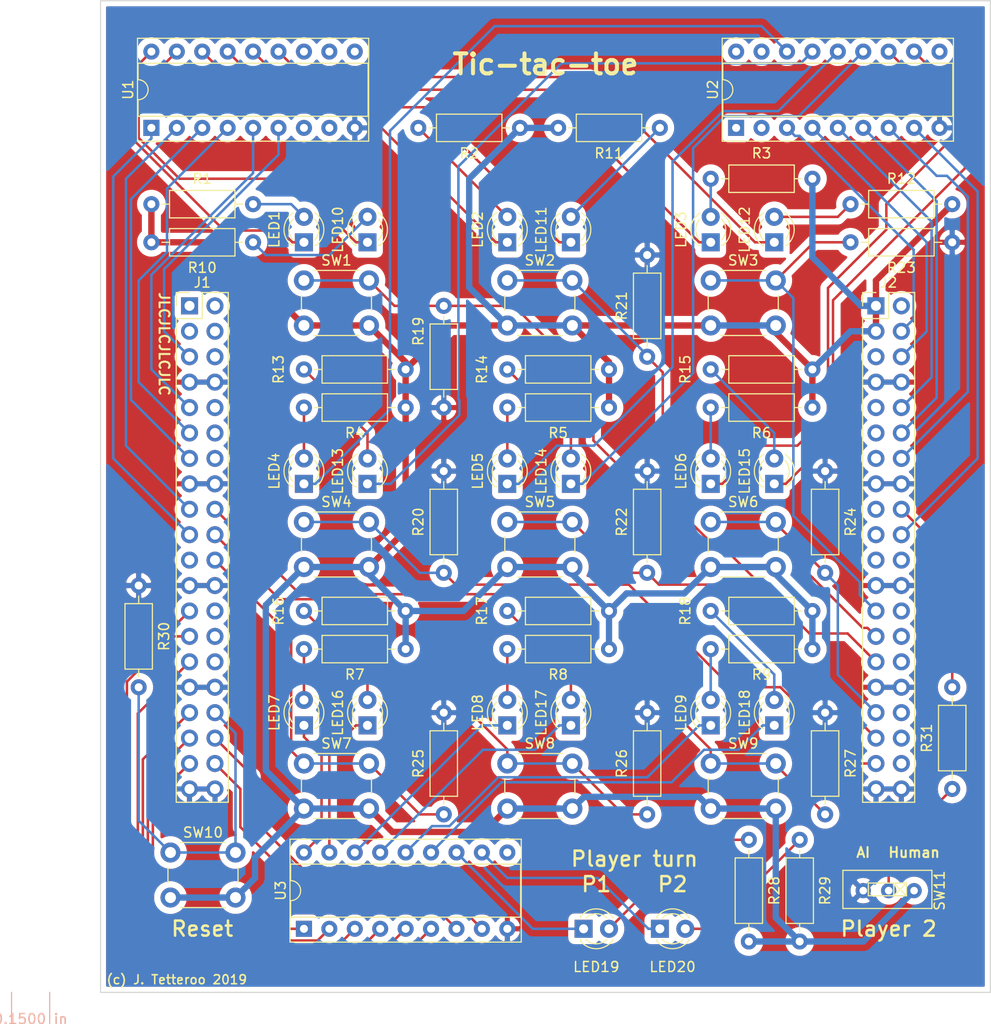
<source format=kicad_pcb>
(kicad_pcb (version 20171130) (host pcbnew "(5.1.4)-1")
  (title_block (title Tictactoe))
  (layers (0 Top signal hide) (31 Bottom signal hide) (35 F.Paste user) (37 F.SilkS user) (39 F.Mask user) (44 Edge.Cuts user))
  (net 0 "")
  (net 1 +3V3)
  (net 2 GND)
  (net 3 "Net-(R31-Pad1)")
  (net 4 "Net-(LED4-Pad2)")
  (net 5 "Net-(LED13-Pad2)")
  (net 6 "Net-(LED5-Pad2)")
  (net 7 "Net-(LED6-Pad2)")
  (net 8 "Net-(LED14-Pad2)")
  (net 9 "Net-(LED15-Pad2)")
  (net 10 "Net-(U1-Pad8)")
  (net 11 "Net-(U1-Pad7)")
  (net 12 "Net-(U1-Pad12)")
  (net 13 "Net-(U1-Pad11)")
  (net 14 "Net-(U1-Pad10)")
  (net 15 "Net-(LED4-Pad1)")
  (net 16 "Net-(LED5-Pad1)")
  (net 17 "Net-(LED6-Pad1)")
  (net 18 "Net-(LED13-Pad1)")
  (net 19 "Net-(LED14-Pad1)")
  (net 20 "Net-(LED15-Pad1)")
  (net 21 "Net-(U2-Pad18)")
  (net 22 "Net-(U2-Pad17)")
  (net 23 "Net-(U2-Pad2)")
  (net 24 "Net-(U2-Pad10)")
  (net 25 "Net-(U2-Pad1)")
  (net 26 "Net-(LED1-Pad2)")
  (net 27 "Net-(LED1-Pad1)")
  (net 28 "Net-(LED2-Pad2)")
  (net 29 "Net-(LED2-Pad1)")
  (net 30 "Net-(LED3-Pad2)")
  (net 31 "Net-(LED3-Pad1)")
  (net 32 "Net-(LED10-Pad2)")
  (net 33 "Net-(LED10-Pad1)")
  (net 34 "Net-(LED11-Pad2)")
  (net 35 "Net-(LED11-Pad1)")
  (net 36 "Net-(LED12-Pad2)")
  (net 37 "Net-(LED12-Pad1)")
  (net 38 "Net-(LED7-Pad2)")
  (net 39 "Net-(LED8-Pad2)")
  (net 40 "Net-(LED9-Pad2)")
  (net 41 "Net-(LED16-Pad2)")
  (net 42 "Net-(LED17-Pad2)")
  (net 43 "Net-(LED18-Pad2)")
  (net 44 "Net-(LED7-Pad1)")
  (net 45 "Net-(LED8-Pad1)")
  (net 46 "Net-(LED9-Pad1)")
  (net 47 "Net-(LED16-Pad1)")
  (net 48 "Net-(LED17-Pad1)")
  (net 49 "Net-(LED18-Pad1)")
  (net 50 "Net-(U3-Pad10)")
  (net 51 "Net-(LED19-Pad2)")
  (net 52 "Net-(LED19-Pad1)")
  (net 53 "Net-(LED20-Pad2)")
  (net 54 "Net-(LED20-Pad1)")
  (net 55 "Net-(J2-Pad38)")
  (net 56 "Net-(J2-Pad37)")
  (net 57 "Net-(J2-Pad36)")
  (net 58 "Net-(J2-Pad35)")
  (net 59 "Net-(J2-Pad34)")
  (net 60 "Net-(J2-Pad33)")
  (net 61 "Net-(J2-Pad30)")
  (net 62 "Net-(J2-Pad29)")
  (net 63 "Net-(J2-Pad28)")
  (net 64 "Net-(J2-Pad27)")
  (net 65 "Net-(J2-Pad26)")
  (net 66 "Net-(J2-Pad25)")
  (net 67 "Net-(J2-Pad22)")
  (net 68 "Net-(J2-Pad21)")
  (net 69 "Net-(J2-Pad20)")
  (net 70 "Net-(J2-Pad19)")
  (net 71 "Net-(J2-Pad18)")
  (net 72 "Net-(J2-Pad17)")
  (net 73 "Net-(J2-Pad14)")
  (net 74 "Net-(J2-Pad13)")
  (net 75 "Net-(J2-Pad12)")
  (net 76 "Net-(J2-Pad11)")
  (net 77 "Net-(J2-Pad10)")
  (net 78 "Net-(J2-Pad9)")
  (net 79 "Net-(J2-Pad6)")
  (net 80 "Net-(J2-Pad5)")
  (net 81 "Net-(J2-Pad4)")
  (net 82 "Net-(J2-Pad2)")
  (net 83 "Net-(J1-Pad38)")
  (net 84 "Net-(J1-Pad37)")
  (net 85 "Net-(J1-Pad36)")
  (net 86 "Net-(J1-Pad35)")
  (net 87 "Net-(J1-Pad34)")
  (net 88 "Net-(J1-Pad33)")
  (net 89 "Net-(J1-Pad30)")
  (net 90 "Net-(J1-Pad29)")
  (net 91 "Net-(J1-Pad28)")
  (net 92 "Net-(J1-Pad27)")
  (net 93 "Net-(J1-Pad26)")
  (net 94 "Net-(J1-Pad25)")
  (net 95 "Net-(J1-Pad22)")
  (net 96 "Net-(J1-Pad21)")
  (net 97 "Net-(J1-Pad20)")
  (net 98 "Net-(J1-Pad19)")
  (net 99 "Net-(J1-Pad18)")
  (net 100 "Net-(J1-Pad17)")
  (net 101 "Net-(J1-Pad14)")
  (net 102 "Net-(J1-Pad13)")
  (net 103 "Net-(J1-Pad12)")
  (net 104 "Net-(J1-Pad11)")
  (net 105 "Net-(J1-Pad10)")
  (net 106 "Net-(J1-Pad9)")
  (net 107 "Net-(J1-Pad6)")
  (net 108 "Net-(J1-Pad5)")
  (net 109 "Net-(J1-Pad4)")
  (net 110 "Net-(J1-Pad3)")
  (net 111 "Net-(J1-Pad2)")
  (net 112 "Net-(J1-Pad1)")
  (module Connector_PinHeader_2.54mm:PinHeader_2x20_P2.54mm_Vertical (layer Top) (at 115.57 63.5)
    (fp_text reference J1 (at 1.27 -2.33) (layer F.SilkS))
    (fp_text value Conn_02x20_Odd_Even)
    (pad 40 thru_hole oval (at 2.54 48.26) (size 1.7 1.7) (drill 1) (layers *.Cu *.Mask) (net 2 GND))
    (pad 39 thru_hole oval (at 0 48.26) (size 1.7 1.7) (drill 1) (layers *.Cu *.Mask) (net 2 GND))
    (pad 38 thru_hole oval (at 2.54 45.72) (size 1.7 1.7) (drill 1) (layers *.Cu *.Mask) (net 83 "Net-(J1-Pad38)"))
    (pad 37 thru_hole oval (at 0 45.72) (size 1.7 1.7) (drill 1) (layers *.Cu *.Mask) (net 84 "Net-(J1-Pad37)"))
    (pad 36 thru_hole oval (at 2.54 43.18) (size 1.7 1.7) (drill 1) (layers *.Cu *.Mask) (net 85 "Net-(J1-Pad36)"))
    (pad 35 thru_hole oval (at 0 43.18) (size 1.7 1.7) (drill 1) (layers *.Cu *.Mask) (net 86 "Net-(J1-Pad35)"))
    (pad 34 thru_hole oval (at 2.54 40.64) (size 1.7 1.7) (drill 1) (layers *.Cu *.Mask) (net 87 "Net-(J1-Pad34)"))
    (pad 33 thru_hole oval (at 0 40.64) (size 1.7 1.7) (drill 1) (layers *.Cu *.Mask) (net 88 "Net-(J1-Pad33)"))
    (pad 32 thru_hole oval (at 2.54 38.1) (size 1.7 1.7) (drill 1) (layers *.Cu *.Mask) (net 2 GND))
    (pad 31 thru_hole oval (at 0 38.1) (size 1.7 1.7) (drill 1) (layers *.Cu *.Mask) (net 2 GND))
    (pad 30 thru_hole oval (at 2.54 35.56) (size 1.7 1.7) (drill 1) (layers *.Cu *.Mask) (net 89 "Net-(J1-Pad30)"))
    (pad 29 thru_hole oval (at 0 35.56) (size 1.7 1.7) (drill 1) (layers *.Cu *.Mask) (net 90 "Net-(J1-Pad29)"))
    (pad 28 thru_hole oval (at 2.54 33.02) (size 1.7 1.7) (drill 1) (layers *.Cu *.Mask) (net 91 "Net-(J1-Pad28)"))
    (pad 27 thru_hole oval (at 0 33.02) (size 1.7 1.7) (drill 1) (layers *.Cu *.Mask) (net 92 "Net-(J1-Pad27)"))
    (pad 26 thru_hole oval (at 2.54 30.48) (size 1.7 1.7) (drill 1) (layers *.Cu *.Mask) (net 93 "Net-(J1-Pad26)"))
    (pad 25 thru_hole oval (at 0 30.48) (size 1.7 1.7) (drill 1) (layers *.Cu *.Mask) (net 94 "Net-(J1-Pad25)"))
    (pad 24 thru_hole oval (at 2.54 27.94) (size 1.7 1.7) (drill 1) (layers *.Cu *.Mask) (net 2 GND))
    (pad 23 thru_hole oval (at 0 27.94) (size 1.7 1.7) (drill 1) (layers *.Cu *.Mask) (net 2 GND))
    (pad 22 thru_hole oval (at 2.54 25.4) (size 1.7 1.7) (drill 1) (layers *.Cu *.Mask) (net 95 "Net-(J1-Pad22)"))
    (pad 21 thru_hole oval (at 0 25.4) (size 1.7 1.7) (drill 1) (layers *.Cu *.Mask) (net 96 "Net-(J1-Pad21)"))
    (pad 20 thru_hole oval (at 2.54 22.86) (size 1.7 1.7) (drill 1) (layers *.Cu *.Mask) (net 97 "Net-(J1-Pad20)"))
    (pad 19 thru_hole oval (at 0 22.86) (size 1.7 1.7) (drill 1) (layers *.Cu *.Mask) (net 98 "Net-(J1-Pad19)"))
    (pad 18 thru_hole oval (at 2.54 20.32) (size 1.7 1.7) (drill 1) (layers *.Cu *.Mask) (net 99 "Net-(J1-Pad18)"))
    (pad 17 thru_hole oval (at 0 20.32) (size 1.7 1.7) (drill 1) (layers *.Cu *.Mask) (net 100 "Net-(J1-Pad17)"))
    (pad 16 thru_hole oval (at 2.54 17.78) (size 1.7 1.7) (drill 1) (layers *.Cu *.Mask) (net 2 GND))
    (pad 15 thru_hole oval (at 0 17.78) (size 1.7 1.7) (drill 1) (layers *.Cu *.Mask) (net 2 GND))
    (pad 14 thru_hole oval (at 2.54 15.24) (size 1.7 1.7) (drill 1) (layers *.Cu *.Mask) (net 101 "Net-(J1-Pad14)"))
    (pad 13 thru_hole oval (at 0 15.24) (size 1.7 1.7) (drill 1) (layers *.Cu *.Mask) (net 102 "Net-(J1-Pad13)"))
    (pad 12 thru_hole oval (at 2.54 12.7) (size 1.7 1.7) (drill 1) (layers *.Cu *.Mask) (net 103 "Net-(J1-Pad12)"))
    (pad 11 thru_hole oval (at 0 12.7) (size 1.7 1.7) (drill 1) (layers *.Cu *.Mask) (net 104 "Net-(J1-Pad11)"))
    (pad 10 thru_hole oval (at 2.54 10.16) (size 1.7 1.7) (drill 1) (layers *.Cu *.Mask) (net 105 "Net-(J1-Pad10)"))
    (pad 9 thru_hole oval (at 0 10.16) (size 1.7 1.7) (drill 1) (layers *.Cu *.Mask) (net 106 "Net-(J1-Pad9)"))
    (pad 8 thru_hole oval (at 2.54 7.62) (size 1.7 1.7) (drill 1) (layers *.Cu *.Mask) (net 2 GND))
    (pad 7 thru_hole oval (at 0 7.62) (size 1.7 1.7) (drill 1) (layers *.Cu *.Mask) (net 2 GND))
    (pad 6 thru_hole oval (at 2.54 5.08) (size 1.7 1.7) (drill 1) (layers *.Cu *.Mask) (net 107 "Net-(J1-Pad6)"))
    (pad 5 thru_hole oval (at 0 5.08) (size 1.7 1.7) (drill 1) (layers *.Cu *.Mask) (net 108 "Net-(J1-Pad5)"))
    (pad 4 thru_hole oval (at 2.54 2.54) (size 1.7 1.7) (drill 1) (layers *.Cu *.Mask) (net 109 "Net-(J1-Pad4)"))
    (pad 3 thru_hole oval (at 0 2.54) (size 1.7 1.7) (drill 1) (layers *.Cu *.Mask) (net 110 "Net-(J1-Pad3)"))
    (pad 2 thru_hole oval (at 2.54 0) (size 1.7 1.7) (drill 1) (layers *.Cu *.Mask) (net 111 "Net-(J1-Pad2)"))
    (pad 1 thru_hole rect (at 0 0) (size 1.7 1.7) (drill 1) (layers *.Cu *.Mask) (net 112 "Net-(J1-Pad1)"))
  )
  (module Connector_PinHeader_2.54mm:PinHeader_2x20_P2.54mm_Vertical (layer Top) (at 184.15 63.5)
    (fp_text reference J2 (at 1.27 -2.33) (layer F.SilkS))
    (fp_text value Conn_02x20_Odd_Even)
    (pad 40 thru_hole oval (at 2.54 48.26) (size 1.7 1.7) (drill 1) (layers *.Cu *.Mask) (net 2 GND))
    (pad 39 thru_hole oval (at 0 48.26) (size 1.7 1.7) (drill 1) (layers *.Cu *.Mask) (net 2 GND))
    (pad 38 thru_hole oval (at 2.54 45.72) (size 1.7 1.7) (drill 1) (layers *.Cu *.Mask) (net 55 "Net-(J2-Pad38)"))
    (pad 37 thru_hole oval (at 0 45.72) (size 1.7 1.7) (drill 1) (layers *.Cu *.Mask) (net 56 "Net-(J2-Pad37)"))
    (pad 36 thru_hole oval (at 2.54 43.18) (size 1.7 1.7) (drill 1) (layers *.Cu *.Mask) (net 57 "Net-(J2-Pad36)"))
    (pad 35 thru_hole oval (at 0 43.18) (size 1.7 1.7) (drill 1) (layers *.Cu *.Mask) (net 58 "Net-(J2-Pad35)"))
    (pad 34 thru_hole oval (at 2.54 40.64) (size 1.7 1.7) (drill 1) (layers *.Cu *.Mask) (net 59 "Net-(J2-Pad34)"))
    (pad 33 thru_hole oval (at 0 40.64) (size 1.7 1.7) (drill 1) (layers *.Cu *.Mask) (net 60 "Net-(J2-Pad33)"))
    (pad 32 thru_hole oval (at 2.54 38.1) (size 1.7 1.7) (drill 1) (layers *.Cu *.Mask) (net 2 GND))
    (pad 31 thru_hole oval (at 0 38.1) (size 1.7 1.7) (drill 1) (layers *.Cu *.Mask) (net 2 GND))
    (pad 30 thru_hole oval (at 2.54 35.56) (size 1.7 1.7) (drill 1) (layers *.Cu *.Mask) (net 61 "Net-(J2-Pad30)"))
    (pad 29 thru_hole oval (at 0 35.56) (size 1.7 1.7) (drill 1) (layers *.Cu *.Mask) (net 62 "Net-(J2-Pad29)"))
    (pad 28 thru_hole oval (at 2.54 33.02) (size 1.7 1.7) (drill 1) (layers *.Cu *.Mask) (net 63 "Net-(J2-Pad28)"))
    (pad 27 thru_hole oval (at 0 33.02) (size 1.7 1.7) (drill 1) (layers *.Cu *.Mask) (net 64 "Net-(J2-Pad27)"))
    (pad 26 thru_hole oval (at 2.54 30.48) (size 1.7 1.7) (drill 1) (layers *.Cu *.Mask) (net 65 "Net-(J2-Pad26)"))
    (pad 25 thru_hole oval (at 0 30.48) (size 1.7 1.7) (drill 1) (layers *.Cu *.Mask) (net 66 "Net-(J2-Pad25)"))
    (pad 24 thru_hole oval (at 2.54 27.94) (size 1.7 1.7) (drill 1) (layers *.Cu *.Mask) (net 2 GND))
    (pad 23 thru_hole oval (at 0 27.94) (size 1.7 1.7) (drill 1) (layers *.Cu *.Mask) (net 2 GND))
    (pad 22 thru_hole oval (at 2.54 25.4) (size 1.7 1.7) (drill 1) (layers *.Cu *.Mask) (net 67 "Net-(J2-Pad22)"))
    (pad 21 thru_hole oval (at 0 25.4) (size 1.7 1.7) (drill 1) (layers *.Cu *.Mask) (net 68 "Net-(J2-Pad21)"))
    (pad 20 thru_hole oval (at 2.54 22.86) (size 1.7 1.7) (drill 1) (layers *.Cu *.Mask) (net 69 "Net-(J2-Pad20)"))
    (pad 19 thru_hole oval (at 0 22.86) (size 1.7 1.7) (drill 1) (layers *.Cu *.Mask) (net 70 "Net-(J2-Pad19)"))
    (pad 18 thru_hole oval (at 2.54 20.32) (size 1.7 1.7) (drill 1) (layers *.Cu *.Mask) (net 71 "Net-(J2-Pad18)"))
    (pad 17 thru_hole oval (at 0 20.32) (size 1.7 1.7) (drill 1) (layers *.Cu *.Mask) (net 72 "Net-(J2-Pad17)"))
    (pad 16 thru_hole oval (at 2.54 17.78) (size 1.7 1.7) (drill 1) (layers *.Cu *.Mask) (net 2 GND))
    (pad 15 thru_hole oval (at 0 17.78) (size 1.7 1.7) (drill 1) (layers *.Cu *.Mask) (net 2 GND))
    (pad 14 thru_hole oval (at 2.54 15.24) (size 1.7 1.7) (drill 1) (layers *.Cu *.Mask) (net 73 "Net-(J2-Pad14)"))
    (pad 13 thru_hole oval (at 0 15.24) (size 1.7 1.7) (drill 1) (layers *.Cu *.Mask) (net 74 "Net-(J2-Pad13)"))
    (pad 12 thru_hole oval (at 2.54 12.7) (size 1.7 1.7) (drill 1) (layers *.Cu *.Mask) (net 75 "Net-(J2-Pad12)"))
    (pad 11 thru_hole oval (at 0 12.7) (size 1.7 1.7) (drill 1) (layers *.Cu *.Mask) (net 76 "Net-(J2-Pad11)"))
    (pad 10 thru_hole oval (at 2.54 10.16) (size 1.7 1.7) (drill 1) (layers *.Cu *.Mask) (net 77 "Net-(J2-Pad10)"))
    (pad 9 thru_hole oval (at 0 10.16) (size 1.7 1.7) (drill 1) (layers *.Cu *.Mask) (net 78 "Net-(J2-Pad9)"))
    (pad 8 thru_hole oval (at 2.54 7.62) (size 1.7 1.7) (drill 1) (layers *.Cu *.Mask) (net 2 GND))
    (pad 7 thru_hole oval (at 0 7.62) (size 1.7 1.7) (drill 1) (layers *.Cu *.Mask) (net 2 GND))
    (pad 6 thru_hole oval (at 2.54 5.08) (size 1.7 1.7) (drill 1) (layers *.Cu *.Mask) (net 79 "Net-(J2-Pad6)"))
    (pad 5 thru_hole oval (at 0 5.08) (size 1.7 1.7) (drill 1) (layers *.Cu *.Mask) (net 80 "Net-(J2-Pad5)"))
    (pad 4 thru_hole oval (at 2.54 2.54) (size 1.7 1.7) (drill 1) (layers *.Cu *.Mask) (net 81 "Net-(J2-Pad4)"))
    (pad 3 thru_hole oval (at 0 2.54) (size 1.7 1.7) (drill 1) (layers *.Cu *.Mask) (net 1 +3V3))
    (pad 2 thru_hole oval (at 2.54 0) (size 1.7 1.7) (drill 1) (layers *.Cu *.Mask) (net 82 "Net-(J2-Pad2)"))
    (pad 1 thru_hole rect (at 0 0) (size 1.7 1.7) (drill 1) (layers *.Cu *.Mask) (net 1 +3V3))
  )
  (module tictactoe:SS12D00 (layer Top) (at 185.42 121.92 180)
    (fp_text reference SW11 (at -5.08 0 270) (layer F.SilkS))
    (fp_text value SW_HUM_AI)
    (pad 3 thru_hole circle (at 2.54 0 180) (size 1.524 1.524) (drill 0.762) (layers *.Cu *.Mask) (net 2 GND))
    (pad 2 thru_hole circle (at 0 0 180) (size 1.524 1.524) (drill 0.762) (layers *.Cu *.Mask) (net 3 "Net-(R31-Pad1)"))
    (pad 1 thru_hole circle (at -2.54 0 180) (size 1.524 1.524) (drill 0.762) (layers *.Cu *.Mask) (net 1 +3V3))
  )
  (module Resistor_THT:R_Axial_DIN0207_L6.3mm_D2.5mm_P10.16mm_Horizontal (layer Top) (at 191.77 111.76 90)
    (fp_text reference R31 (at 5.08 -2.54 90) (layer F.SilkS))
    (fp_text value 100K)
    (pad 2 thru_hole oval (at 10.16 0 90) (size 1.6 1.6) (drill 0.8) (layers *.Cu *.Mask) (net 71 "Net-(J2-Pad18)"))
    (pad 1 thru_hole circle (at 0 0 90) (size 1.6 1.6) (drill 0.8) (layers *.Cu *.Mask) (net 3 "Net-(R31-Pad1)"))
  )
  (module Resistor_THT:R_Axial_DIN0207_L6.3mm_D2.5mm_P10.16mm_Horizontal (layer Top) (at 176.53 127 90)
    (fp_text reference R29 (at 5.08 2.54 90) (layer F.SilkS))
    (fp_text value 150)
    (pad 2 thru_hole oval (at 10.16 0 90) (size 1.6 1.6) (drill 0.8) (layers *.Cu *.Mask) (net 53 "Net-(LED20-Pad2)"))
    (pad 1 thru_hole circle (at 0 0 90) (size 1.6 1.6) (drill 0.8) (layers *.Cu *.Mask) (net 1 +3V3))
  )
  (module Resistor_THT:R_Axial_DIN0207_L6.3mm_D2.5mm_P10.16mm_Horizontal (layer Top) (at 171.45 127 90)
    (fp_text reference R28 (at 5.08 2.54 90) (layer F.SilkS))
    (fp_text value 150)
    (pad 2 thru_hole oval (at 10.16 0 90) (size 1.6 1.6) (drill 0.8) (layers *.Cu *.Mask) (net 51 "Net-(LED19-Pad2)"))
    (pad 1 thru_hole circle (at 0 0 90) (size 1.6 1.6) (drill 0.8) (layers *.Cu *.Mask) (net 1 +3V3))
  )
  (module LED_THT:LED_D3.0mm (layer Top) (at 162.56 125.73)
    (fp_text reference LED20 (at 1.27 3.81) (layer F.SilkS))
    (fp_text value P2_R)
    (pad 2 thru_hole circle (at 2.54 0) (size 1.8 1.8) (drill 0.9) (layers *.Cu *.Mask) (net 53 "Net-(LED20-Pad2)"))
    (pad 1 thru_hole rect (at 0 0) (size 1.8 1.8) (drill 0.9) (layers *.Cu *.Mask) (net 54 "Net-(LED20-Pad1)"))
  )
  (module LED_THT:LED_D3.0mm (layer Top) (at 154.94 125.73)
    (fp_text reference LED19 (at 1.27 3.81) (layer F.SilkS))
    (fp_text value P1_G)
    (pad 2 thru_hole circle (at 2.54 0) (size 1.8 1.8) (drill 0.9) (layers *.Cu *.Mask) (net 51 "Net-(LED19-Pad2)"))
    (pad 1 thru_hole rect (at 0 0) (size 1.8 1.8) (drill 0.9) (layers *.Cu *.Mask) (net 52 "Net-(LED19-Pad1)"))
  )
  (module Package_DIP:DIP-18_W7.62mm_Socket (layer Top) (at 127 125.73 90)
    (fp_text reference U3 (at 3.81 -2.33 90) (layer F.SilkS))
    (fp_text value ULN2803A)
    (pad 18 thru_hole oval (at 7.62 0 90) (size 1.6 1.6) (drill 0.8) (layers *.Cu *.Mask) (net 44 "Net-(LED7-Pad1)"))
    (pad 9 thru_hole oval (at 0 20.32 90) (size 1.6 1.6) (drill 0.8) (layers *.Cu *.Mask) (net 2 GND))
    (pad 17 thru_hole oval (at 7.62 2.54 90) (size 1.6 1.6) (drill 0.8) (layers *.Cu *.Mask) (net 47 "Net-(LED16-Pad1)"))
    (pad 8 thru_hole oval (at 0 17.78 90) (size 1.6 1.6) (drill 0.8) (layers *.Cu *.Mask) (net 85 "Net-(J1-Pad36)"))
    (pad 16 thru_hole oval (at 7.62 5.08 90) (size 1.6 1.6) (drill 0.8) (layers *.Cu *.Mask) (net 45 "Net-(LED8-Pad1)"))
    (pad 7 thru_hole oval (at 0 15.24 90) (size 1.6 1.6) (drill 0.8) (layers *.Cu *.Mask) (net 83 "Net-(J1-Pad38)"))
    (pad 15 thru_hole oval (at 7.62 7.62 90) (size 1.6 1.6) (drill 0.8) (layers *.Cu *.Mask) (net 48 "Net-(LED17-Pad1)"))
    (pad 6 thru_hole oval (at 0 12.7 90) (size 1.6 1.6) (drill 0.8) (layers *.Cu *.Mask) (net 94 "Net-(J1-Pad25)"))
    (pad 14 thru_hole oval (at 7.62 10.16 90) (size 1.6 1.6) (drill 0.8) (layers *.Cu *.Mask) (net 46 "Net-(LED9-Pad1)"))
    (pad 5 thru_hole oval (at 0 10.16 90) (size 1.6 1.6) (drill 0.8) (layers *.Cu *.Mask) (net 92 "Net-(J1-Pad27)"))
    (pad 13 thru_hole oval (at 7.62 12.7 90) (size 1.6 1.6) (drill 0.8) (layers *.Cu *.Mask) (net 49 "Net-(LED18-Pad1)"))
    (pad 4 thru_hole oval (at 0 7.62 90) (size 1.6 1.6) (drill 0.8) (layers *.Cu *.Mask) (net 90 "Net-(J1-Pad29)"))
    (pad 12 thru_hole oval (at 7.62 15.24 90) (size 1.6 1.6) (drill 0.8) (layers *.Cu *.Mask) (net 52 "Net-(LED19-Pad1)"))
    (pad 3 thru_hole oval (at 0 5.08 90) (size 1.6 1.6) (drill 0.8) (layers *.Cu *.Mask) (net 88 "Net-(J1-Pad33)"))
    (pad 11 thru_hole oval (at 7.62 17.78 90) (size 1.6 1.6) (drill 0.8) (layers *.Cu *.Mask) (net 54 "Net-(LED20-Pad1)"))
    (pad 2 thru_hole oval (at 0 2.54 90) (size 1.6 1.6) (drill 0.8) (layers *.Cu *.Mask) (net 86 "Net-(J1-Pad35)"))
    (pad 10 thru_hole oval (at 7.62 20.32 90) (size 1.6 1.6) (drill 0.8) (layers *.Cu *.Mask) (net 50 "Net-(U3-Pad10)"))
    (pad 1 thru_hole rect (at 0 0 90) (size 1.6 1.6) (drill 0.8) (layers *.Cu *.Mask) (net 84 "Net-(J1-Pad37)"))
  )
  (module Resistor_THT:R_Axial_DIN0207_L6.3mm_D2.5mm_P10.16mm_Horizontal (layer Top) (at 177.8 93.98 180)
    (fp_text reference R18 (at 12.7 0 90) (layer F.SilkS))
    (fp_text value 150)
    (pad 2 thru_hole oval (at 10.16 0 180) (size 1.6 1.6) (drill 0.8) (layers *.Cu *.Mask) (net 43 "Net-(LED18-Pad2)"))
    (pad 1 thru_hole circle (at 0 0 180) (size 1.6 1.6) (drill 0.8) (layers *.Cu *.Mask) (net 1 +3V3))
  )
  (module Resistor_THT:R_Axial_DIN0207_L6.3mm_D2.5mm_P10.16mm_Horizontal (layer Top) (at 157.48 93.98 180)
    (fp_text reference R17 (at 12.7 0 90) (layer F.SilkS))
    (fp_text value 150)
    (pad 2 thru_hole oval (at 10.16 0 180) (size 1.6 1.6) (drill 0.8) (layers *.Cu *.Mask) (net 42 "Net-(LED17-Pad2)"))
    (pad 1 thru_hole circle (at 0 0 180) (size 1.6 1.6) (drill 0.8) (layers *.Cu *.Mask) (net 1 +3V3))
  )
  (module Resistor_THT:R_Axial_DIN0207_L6.3mm_D2.5mm_P10.16mm_Horizontal (layer Top) (at 137.16 93.98 180)
    (fp_text reference R16 (at 12.7 0 90) (layer F.SilkS))
    (fp_text value 150)
    (pad 2 thru_hole oval (at 10.16 0 180) (size 1.6 1.6) (drill 0.8) (layers *.Cu *.Mask) (net 41 "Net-(LED16-Pad2)"))
    (pad 1 thru_hole circle (at 0 0 180) (size 1.6 1.6) (drill 0.8) (layers *.Cu *.Mask) (net 1 +3V3))
  )
  (module Resistor_THT:R_Axial_DIN0207_L6.3mm_D2.5mm_P10.16mm_Horizontal (layer Top) (at 177.8 97.79 180)
    (fp_text reference R9 (at 5.08 -2.54) (layer F.SilkS))
    (fp_text value 150)
    (pad 2 thru_hole oval (at 10.16 0 180) (size 1.6 1.6) (drill 0.8) (layers *.Cu *.Mask) (net 40 "Net-(LED9-Pad2)"))
    (pad 1 thru_hole circle (at 0 0 180) (size 1.6 1.6) (drill 0.8) (layers *.Cu *.Mask) (net 1 +3V3))
  )
  (module Resistor_THT:R_Axial_DIN0207_L6.3mm_D2.5mm_P10.16mm_Horizontal (layer Top) (at 157.48 97.79 180)
    (fp_text reference R8 (at 5.08 -2.54) (layer F.SilkS))
    (fp_text value 150)
    (pad 2 thru_hole oval (at 10.16 0 180) (size 1.6 1.6) (drill 0.8) (layers *.Cu *.Mask) (net 39 "Net-(LED8-Pad2)"))
    (pad 1 thru_hole circle (at 0 0 180) (size 1.6 1.6) (drill 0.8) (layers *.Cu *.Mask) (net 1 +3V3))
  )
  (module Resistor_THT:R_Axial_DIN0207_L6.3mm_D2.5mm_P10.16mm_Horizontal (layer Top) (at 137.16 97.79 180)
    (fp_text reference R7 (at 5.08 -2.54) (layer F.SilkS))
    (fp_text value 150)
    (pad 2 thru_hole oval (at 10.16 0 180) (size 1.6 1.6) (drill 0.8) (layers *.Cu *.Mask) (net 38 "Net-(LED7-Pad2)"))
    (pad 1 thru_hole circle (at 0 0 180) (size 1.6 1.6) (drill 0.8) (layers *.Cu *.Mask) (net 1 +3V3))
  )
  (module LED_THT:LED_D3.0mm (layer Top) (at 173.99 105.41 90)
    (fp_text reference LED18 (at 1.27 -2.96 90) (layer F.SilkS))
    (fp_text value R)
    (pad 2 thru_hole circle (at 2.54 0 90) (size 1.8 1.8) (drill 0.9) (layers *.Cu *.Mask) (net 43 "Net-(LED18-Pad2)"))
    (pad 1 thru_hole rect (at 0 0 90) (size 1.8 1.8) (drill 0.9) (layers *.Cu *.Mask) (net 49 "Net-(LED18-Pad1)"))
  )
  (module LED_THT:LED_D3.0mm (layer Top) (at 153.67 105.41 90)
    (fp_text reference LED17 (at 1.27 -2.96 90) (layer F.SilkS))
    (fp_text value R)
    (pad 2 thru_hole circle (at 2.54 0 90) (size 1.8 1.8) (drill 0.9) (layers *.Cu *.Mask) (net 42 "Net-(LED17-Pad2)"))
    (pad 1 thru_hole rect (at 0 0 90) (size 1.8 1.8) (drill 0.9) (layers *.Cu *.Mask) (net 48 "Net-(LED17-Pad1)"))
  )
  (module LED_THT:LED_D3.0mm (layer Top) (at 133.35 105.41 90)
    (fp_text reference LED16 (at 1.27 -2.96 90) (layer F.SilkS))
    (fp_text value R)
    (pad 2 thru_hole circle (at 2.54 0 90) (size 1.8 1.8) (drill 0.9) (layers *.Cu *.Mask) (net 41 "Net-(LED16-Pad2)"))
    (pad 1 thru_hole rect (at 0 0 90) (size 1.8 1.8) (drill 0.9) (layers *.Cu *.Mask) (net 47 "Net-(LED16-Pad1)"))
  )
  (module LED_THT:LED_D3.0mm (layer Top) (at 167.64 105.41 90)
    (fp_text reference LED9 (at 1.27 -2.96 90) (layer F.SilkS))
    (fp_text value G)
    (pad 2 thru_hole circle (at 2.54 0 90) (size 1.8 1.8) (drill 0.9) (layers *.Cu *.Mask) (net 40 "Net-(LED9-Pad2)"))
    (pad 1 thru_hole rect (at 0 0 90) (size 1.8 1.8) (drill 0.9) (layers *.Cu *.Mask) (net 46 "Net-(LED9-Pad1)"))
  )
  (module LED_THT:LED_D3.0mm (layer Top) (at 147.32 105.41 90)
    (fp_text reference LED8 (at 1.27 -2.96 90) (layer F.SilkS))
    (fp_text value G)
    (pad 2 thru_hole circle (at 2.54 0 90) (size 1.8 1.8) (drill 0.9) (layers *.Cu *.Mask) (net 39 "Net-(LED8-Pad2)"))
    (pad 1 thru_hole rect (at 0 0 90) (size 1.8 1.8) (drill 0.9) (layers *.Cu *.Mask) (net 45 "Net-(LED8-Pad1)"))
  )
  (module LED_THT:LED_D3.0mm (layer Top) (at 127 105.41 90)
    (fp_text reference LED7 (at 1.27 -2.96 90) (layer F.SilkS))
    (fp_text value G)
    (pad 2 thru_hole circle (at 2.54 0 90) (size 1.8 1.8) (drill 0.9) (layers *.Cu *.Mask) (net 38 "Net-(LED7-Pad2)"))
    (pad 1 thru_hole rect (at 0 0 90) (size 1.8 1.8) (drill 0.9) (layers *.Cu *.Mask) (net 44 "Net-(LED7-Pad1)"))
  )
  (module Button_Switch_THT:SW_PUSH_6mm (layer Top) (at 167.64 109.22)
    (fp_text reference SW9 (at 3.25 -2) (layer F.SilkS))
    (fp_text value SW_Push)
    (pad 1 thru_hole circle (at 6.5 0 90) (size 2 2) (drill 1.1) (layers *.Cu *.Mask) (net 99 "Net-(J1-Pad18)"))
    (pad 2 thru_hole circle (at 6.5 4.5 90) (size 2 2) (drill 1.1) (layers *.Cu *.Mask) (net 1 +3V3))
    (pad 1 thru_hole circle (at 0 0 90) (size 2 2) (drill 1.1) (layers *.Cu *.Mask) (net 99 "Net-(J1-Pad18)"))
    (pad 2 thru_hole circle (at 0 4.5 90) (size 2 2) (drill 1.1) (layers *.Cu *.Mask) (net 1 +3V3))
  )
  (module Button_Switch_THT:SW_PUSH_6mm (layer Top) (at 147.32 109.22)
    (fp_text reference SW8 (at 3.25 -2) (layer F.SilkS))
    (fp_text value SW_Push)
    (pad 1 thru_hole circle (at 6.5 0 90) (size 2 2) (drill 1.1) (layers *.Cu *.Mask) (net 97 "Net-(J1-Pad20)"))
    (pad 2 thru_hole circle (at 6.5 4.5 90) (size 2 2) (drill 1.1) (layers *.Cu *.Mask) (net 1 +3V3))
    (pad 1 thru_hole circle (at 0 0 90) (size 2 2) (drill 1.1) (layers *.Cu *.Mask) (net 97 "Net-(J1-Pad20)"))
    (pad 2 thru_hole circle (at 0 4.5 90) (size 2 2) (drill 1.1) (layers *.Cu *.Mask) (net 1 +3V3))
  )
  (module Button_Switch_THT:SW_PUSH_6mm (layer Top) (at 127 109.22)
    (fp_text reference SW7 (at 3.25 -2) (layer F.SilkS))
    (fp_text value SW_Push)
    (pad 1 thru_hole circle (at 6.5 0 90) (size 2 2) (drill 1.1) (layers *.Cu *.Mask) (net 95 "Net-(J1-Pad22)"))
    (pad 2 thru_hole circle (at 6.5 4.5 90) (size 2 2) (drill 1.1) (layers *.Cu *.Mask) (net 1 +3V3))
    (pad 1 thru_hole circle (at 0 0 90) (size 2 2) (drill 1.1) (layers *.Cu *.Mask) (net 95 "Net-(J1-Pad22)"))
    (pad 2 thru_hole circle (at 0 4.5 90) (size 2 2) (drill 1.1) (layers *.Cu *.Mask) (net 1 +3V3))
  )
  (module Resistor_THT:R_Axial_DIN0207_L6.3mm_D2.5mm_P10.16mm_Horizontal (layer Top) (at 179.07 114.3 90)
    (fp_text reference R27 (at 5.08 2.54 90) (layer F.SilkS))
    (fp_text value 100K)
    (pad 2 thru_hole oval (at 10.16 0 90) (size 1.6 1.6) (drill 0.8) (layers *.Cu *.Mask) (net 2 GND))
    (pad 1 thru_hole circle (at 0 0 90) (size 1.6 1.6) (drill 0.8) (layers *.Cu *.Mask) (net 99 "Net-(J1-Pad18)"))
  )
  (module Resistor_THT:R_Axial_DIN0207_L6.3mm_D2.5mm_P10.16mm_Horizontal (layer Top) (at 161.29 114.3 90)
    (fp_text reference R26 (at 5.08 -2.54 90) (layer F.SilkS))
    (fp_text value 100K)
    (pad 2 thru_hole oval (at 10.16 0 90) (size 1.6 1.6) (drill 0.8) (layers *.Cu *.Mask) (net 2 GND))
    (pad 1 thru_hole circle (at 0 0 90) (size 1.6 1.6) (drill 0.8) (layers *.Cu *.Mask) (net 97 "Net-(J1-Pad20)"))
  )
  (module Resistor_THT:R_Axial_DIN0207_L6.3mm_D2.5mm_P10.16mm_Horizontal (layer Top) (at 140.97 114.3 90)
    (fp_text reference R25 (at 5.08 -2.54 90) (layer F.SilkS))
    (fp_text value 100K)
    (pad 2 thru_hole oval (at 10.16 0 90) (size 1.6 1.6) (drill 0.8) (layers *.Cu *.Mask) (net 2 GND))
    (pad 1 thru_hole circle (at 0 0 90) (size 1.6 1.6) (drill 0.8) (layers *.Cu *.Mask) (net 95 "Net-(J1-Pad22)"))
  )
  (module Resistor_THT:R_Axial_DIN0207_L6.3mm_D2.5mm_P10.16mm_Horizontal (layer Top) (at 110.49 101.6 90)
    (fp_text reference R30 (at 5.08 2.54 90) (layer F.SilkS))
    (fp_text value 100K)
    (pad 1 thru_hole circle (at 0 0 90) (size 1.6 1.6) (drill 0.8) (layers *.Cu *.Mask) (net 87 "Net-(J1-Pad34)"))
    (pad 2 thru_hole oval (at 10.16 0 90) (size 1.6 1.6) (drill 0.8) (layers *.Cu *.Mask) (net 2 GND))
  )
  (module Resistor_THT:R_Axial_DIN0207_L6.3mm_D2.5mm_P10.16mm_Horizontal (layer Top) (at 179.07 90.17 90)
    (fp_text reference R24 (at 5.08 2.54 90) (layer F.SilkS))
    (fp_text value 100K)
    (pad 1 thru_hole circle (at 0 0 90) (size 1.6 1.6) (drill 0.8) (layers *.Cu *.Mask) (net 60 "Net-(J2-Pad33)"))
    (pad 2 thru_hole oval (at 10.16 0 90) (size 1.6 1.6) (drill 0.8) (layers *.Cu *.Mask) (net 2 GND))
  )
  (module Resistor_THT:R_Axial_DIN0207_L6.3mm_D2.5mm_P10.16mm_Horizontal (layer Top) (at 161.29 90.17 90)
    (fp_text reference R22 (at 5.08 -2.54 90) (layer F.SilkS))
    (fp_text value 100K)
    (pad 2 thru_hole oval (at 10.16 0 90) (size 1.6 1.6) (drill 0.8) (layers *.Cu *.Mask) (net 2 GND))
    (pad 1 thru_hole circle (at 0 0 90) (size 1.6 1.6) (drill 0.8) (layers *.Cu *.Mask) (net 58 "Net-(J2-Pad35)"))
  )
  (module Resistor_THT:R_Axial_DIN0207_L6.3mm_D2.5mm_P10.16mm_Horizontal (layer Top) (at 140.97 90.17 90)
    (fp_text reference R20 (at 5.08 -2.54 90) (layer F.SilkS))
    (fp_text value 100K)
    (pad 1 thru_hole circle (at 0 0 90) (size 1.6 1.6) (drill 0.8) (layers *.Cu *.Mask) (net 56 "Net-(J2-Pad37)"))
    (pad 2 thru_hole oval (at 10.16 0 90) (size 1.6 1.6) (drill 0.8) (layers *.Cu *.Mask) (net 2 GND))
  )
  (module Button_Switch_THT:SW_PUSH_6mm (layer Top) (at 167.64 60.96)
    (fp_text reference SW3 (at 3.25 -2) (layer F.SilkS))
    (fp_text value SW_Push)
    (pad 2 thru_hole circle (at 0 4.5 90) (size 2 2) (drill 1.1) (layers *.Cu *.Mask) (net 1 +3V3))
    (pad 1 thru_hole circle (at 0 0 90) (size 2 2) (drill 1.1) (layers *.Cu *.Mask) (net 66 "Net-(J2-Pad25)"))
    (pad 2 thru_hole circle (at 6.5 4.5 90) (size 2 2) (drill 1.1) (layers *.Cu *.Mask) (net 1 +3V3))
    (pad 1 thru_hole circle (at 6.5 0 90) (size 2 2) (drill 1.1) (layers *.Cu *.Mask) (net 66 "Net-(J2-Pad25)"))
  )
  (module Button_Switch_THT:SW_PUSH_6mm (layer Top) (at 147.32 60.96)
    (fp_text reference SW2 (at 3.25 -2) (layer F.SilkS))
    (fp_text value SW_Push)
    (pad 2 thru_hole circle (at 0 4.5 90) (size 2 2) (drill 1.1) (layers *.Cu *.Mask) (net 1 +3V3))
    (pad 1 thru_hole circle (at 0 0 90) (size 2 2) (drill 1.1) (layers *.Cu *.Mask) (net 64 "Net-(J2-Pad27)"))
    (pad 2 thru_hole circle (at 6.5 4.5 90) (size 2 2) (drill 1.1) (layers *.Cu *.Mask) (net 1 +3V3))
    (pad 1 thru_hole circle (at 6.5 0 90) (size 2 2) (drill 1.1) (layers *.Cu *.Mask) (net 64 "Net-(J2-Pad27)"))
  )
  (module Button_Switch_THT:SW_PUSH_6mm (layer Top) (at 127 60.96)
    (fp_text reference SW1 (at 3.25 -2) (layer F.SilkS))
    (fp_text value SW_Push)
    (pad 2 thru_hole circle (at 0 4.5 90) (size 2 2) (drill 1.1) (layers *.Cu *.Mask) (net 1 +3V3))
    (pad 1 thru_hole circle (at 0 0 90) (size 2 2) (drill 1.1) (layers *.Cu *.Mask) (net 62 "Net-(J2-Pad29)"))
    (pad 2 thru_hole circle (at 6.5 4.5 90) (size 2 2) (drill 1.1) (layers *.Cu *.Mask) (net 1 +3V3))
    (pad 1 thru_hole circle (at 6.5 0 90) (size 2 2) (drill 1.1) (layers *.Cu *.Mask) (net 62 "Net-(J2-Pad29)"))
  )
  (module Resistor_THT:R_Axial_DIN0207_L6.3mm_D2.5mm_P10.16mm_Horizontal (layer Top) (at 181.61 57.15)
    (fp_text reference R23 (at 5.08 2.54) (layer F.SilkS))
    (fp_text value 100K)
    (pad 1 thru_hole circle (at 0 0) (size 1.6 1.6) (drill 0.8) (layers *.Cu *.Mask) (net 66 "Net-(J2-Pad25)"))
    (pad 2 thru_hole oval (at 10.16 0) (size 1.6 1.6) (drill 0.8) (layers *.Cu *.Mask) (net 2 GND))
  )
  (module Resistor_THT:R_Axial_DIN0207_L6.3mm_D2.5mm_P10.16mm_Horizontal (layer Top) (at 161.29 68.58 90)
    (fp_text reference R21 (at 5.08 -2.54 270) (layer F.SilkS))
    (fp_text value 100K)
    (pad 1 thru_hole circle (at 0 0 90) (size 1.6 1.6) (drill 0.8) (layers *.Cu *.Mask) (net 64 "Net-(J2-Pad27)"))
    (pad 2 thru_hole oval (at 10.16 0 90) (size 1.6 1.6) (drill 0.8) (layers *.Cu *.Mask) (net 2 GND))
  )
  (module Resistor_THT:R_Axial_DIN0207_L6.3mm_D2.5mm_P10.16mm_Horizontal (layer Top) (at 140.97 63.5 270)
    (fp_text reference R19 (at 2.54 2.54 90) (layer F.SilkS))
    (fp_text value 100K)
    (pad 1 thru_hole circle (at 0 0 270) (size 1.6 1.6) (drill 0.8) (layers *.Cu *.Mask) (net 62 "Net-(J2-Pad29)"))
    (pad 2 thru_hole oval (at 10.16 0 270) (size 1.6 1.6) (drill 0.8) (layers *.Cu *.Mask) (net 2 GND))
  )
  (module Resistor_THT:R_Axial_DIN0207_L6.3mm_D2.5mm_P10.16mm_Horizontal (layer Top) (at 191.77 53.34 180)
    (fp_text reference R12 (at 5.08 2.54) (layer F.SilkS))
    (fp_text value 150)
    (pad 1 thru_hole circle (at 0 0 180) (size 1.6 1.6) (drill 0.8) (layers *.Cu *.Mask) (net 1 +3V3))
    (pad 2 thru_hole oval (at 10.16 0 180) (size 1.6 1.6) (drill 0.8) (layers *.Cu *.Mask) (net 36 "Net-(LED12-Pad2)"))
  )
  (module Resistor_THT:R_Axial_DIN0207_L6.3mm_D2.5mm_P10.16mm_Horizontal (layer Top) (at 152.4 45.72)
    (fp_text reference R11 (at 5.08 2.54) (layer F.SilkS))
    (fp_text value 150)
    (pad 1 thru_hole circle (at 0 0) (size 1.6 1.6) (drill 0.8) (layers *.Cu *.Mask) (net 1 +3V3))
    (pad 2 thru_hole oval (at 10.16 0) (size 1.6 1.6) (drill 0.8) (layers *.Cu *.Mask) (net 34 "Net-(LED11-Pad2)"))
  )
  (module Resistor_THT:R_Axial_DIN0207_L6.3mm_D2.5mm_P10.16mm_Horizontal (layer Top) (at 111.76 57.15)
    (fp_text reference R10 (at 5.08 2.54) (layer F.SilkS))
    (fp_text value 150)
    (pad 1 thru_hole circle (at 0 0) (size 1.6 1.6) (drill 0.8) (layers *.Cu *.Mask) (net 1 +3V3))
    (pad 2 thru_hole oval (at 10.16 0) (size 1.6 1.6) (drill 0.8) (layers *.Cu *.Mask) (net 32 "Net-(LED10-Pad2)"))
  )
  (module Resistor_THT:R_Axial_DIN0207_L6.3mm_D2.5mm_P10.16mm_Horizontal (layer Top) (at 177.8 50.8 180)
    (fp_text reference R3 (at 5.08 2.54) (layer F.SilkS))
    (fp_text value 150)
    (pad 1 thru_hole circle (at 0 0 180) (size 1.6 1.6) (drill 0.8) (layers *.Cu *.Mask) (net 1 +3V3))
    (pad 2 thru_hole oval (at 10.16 0 180) (size 1.6 1.6) (drill 0.8) (layers *.Cu *.Mask) (net 30 "Net-(LED3-Pad2)"))
  )
  (module Resistor_THT:R_Axial_DIN0207_L6.3mm_D2.5mm_P10.16mm_Horizontal (layer Top) (at 148.59 45.72 180)
    (fp_text reference R2 (at 5.08 -2.54) (layer F.SilkS))
    (fp_text value 150)
    (pad 1 thru_hole circle (at 0 0 180) (size 1.6 1.6) (drill 0.8) (layers *.Cu *.Mask) (net 1 +3V3))
    (pad 2 thru_hole oval (at 10.16 0 180) (size 1.6 1.6) (drill 0.8) (layers *.Cu *.Mask) (net 28 "Net-(LED2-Pad2)"))
  )
  (module Resistor_THT:R_Axial_DIN0207_L6.3mm_D2.5mm_P10.16mm_Horizontal (layer Top) (at 111.76 53.34)
    (fp_text reference R1 (at 5.08 -2.54) (layer F.SilkS))
    (fp_text value 150)
    (pad 1 thru_hole circle (at 0 0) (size 1.6 1.6) (drill 0.8) (layers *.Cu *.Mask) (net 1 +3V3))
    (pad 2 thru_hole oval (at 10.16 0) (size 1.6 1.6) (drill 0.8) (layers *.Cu *.Mask) (net 26 "Net-(LED1-Pad2)"))
  )
  (module LED_THT:LED_D3.0mm (layer Top) (at 173.99 57.15 90)
    (fp_text reference LED12 (at 1.27 -2.96 90) (layer F.SilkS))
    (fp_text value R)
    (pad 1 thru_hole rect (at 0 0 90) (size 1.8 1.8) (drill 0.9) (layers *.Cu *.Mask) (net 37 "Net-(LED12-Pad1)"))
    (pad 2 thru_hole circle (at 2.54 0 90) (size 1.8 1.8) (drill 0.9) (layers *.Cu *.Mask) (net 36 "Net-(LED12-Pad2)"))
  )
  (module LED_THT:LED_D3.0mm (layer Top) (at 153.67 57.15 90)
    (fp_text reference LED11 (at 1.27 -2.96 90) (layer F.SilkS))
    (fp_text value R)
    (pad 1 thru_hole rect (at 0 0 90) (size 1.8 1.8) (drill 0.9) (layers *.Cu *.Mask) (net 35 "Net-(LED11-Pad1)"))
    (pad 2 thru_hole circle (at 2.54 0 90) (size 1.8 1.8) (drill 0.9) (layers *.Cu *.Mask) (net 34 "Net-(LED11-Pad2)"))
  )
  (module LED_THT:LED_D3.0mm (layer Top) (at 133.35 57.15 90)
    (fp_text reference LED10 (at 1.27 -2.96 90) (layer F.SilkS))
    (fp_text value R)
    (pad 1 thru_hole rect (at 0 0 90) (size 1.8 1.8) (drill 0.9) (layers *.Cu *.Mask) (net 33 "Net-(LED10-Pad1)"))
    (pad 2 thru_hole circle (at 2.54 0 90) (size 1.8 1.8) (drill 0.9) (layers *.Cu *.Mask) (net 32 "Net-(LED10-Pad2)"))
  )
  (module LED_THT:LED_D3.0mm (layer Top) (at 167.64 57.15 90)
    (fp_text reference LED3 (at 1.27 -2.96 90) (layer F.SilkS))
    (fp_text value G)
    (pad 1 thru_hole rect (at 0 0 90) (size 1.8 1.8) (drill 0.9) (layers *.Cu *.Mask) (net 31 "Net-(LED3-Pad1)"))
    (pad 2 thru_hole circle (at 2.54 0 90) (size 1.8 1.8) (drill 0.9) (layers *.Cu *.Mask) (net 30 "Net-(LED3-Pad2)"))
  )
  (module LED_THT:LED_D3.0mm (layer Top) (at 147.32 57.15 90)
    (fp_text reference LED2 (at 1.27 -2.96 90) (layer F.SilkS))
    (fp_text value G)
    (pad 1 thru_hole rect (at 0 0 90) (size 1.8 1.8) (drill 0.9) (layers *.Cu *.Mask) (net 29 "Net-(LED2-Pad1)"))
    (pad 2 thru_hole circle (at 2.54 0 90) (size 1.8 1.8) (drill 0.9) (layers *.Cu *.Mask) (net 28 "Net-(LED2-Pad2)"))
  )
  (module LED_THT:LED_D3.0mm (layer Top) (at 127 57.15 90)
    (fp_text reference LED1 (at 1.27 -2.96 90) (layer F.SilkS))
    (fp_text value G)
    (pad 1 thru_hole rect (at 0 0 90) (size 1.8 1.8) (drill 0.9) (layers *.Cu *.Mask) (net 27 "Net-(LED1-Pad1)"))
    (pad 2 thru_hole circle (at 2.54 0 90) (size 1.8 1.8) (drill 0.9) (layers *.Cu *.Mask) (net 26 "Net-(LED1-Pad2)"))
  )
  (module Package_DIP:DIP-18_W7.62mm_Socket (layer Top) (at 170.18 45.72 90)
    (fp_text reference U2 (at 3.81 -2.33 90) (layer F.SilkS))
    (fp_text value ULN2803A)
    (pad 1 thru_hole rect (at 0 0 90) (size 1.6 1.6) (drill 0.8) (layers *.Cu *.Mask) (net 25 "Net-(U2-Pad1)"))
    (pad 10 thru_hole oval (at 7.62 20.32 90) (size 1.6 1.6) (drill 0.8) (layers *.Cu *.Mask) (net 24 "Net-(U2-Pad10)"))
    (pad 2 thru_hole oval (at 0 2.54 90) (size 1.6 1.6) (drill 0.8) (layers *.Cu *.Mask) (net 23 "Net-(U2-Pad2)"))
    (pad 11 thru_hole oval (at 7.62 17.78 90) (size 1.6 1.6) (drill 0.8) (layers *.Cu *.Mask) (net 20 "Net-(LED15-Pad1)"))
    (pad 3 thru_hole oval (at 0 5.08 90) (size 1.6 1.6) (drill 0.8) (layers *.Cu *.Mask) (net 81 "Net-(J2-Pad4)"))
    (pad 12 thru_hole oval (at 7.62 15.24 90) (size 1.6 1.6) (drill 0.8) (layers *.Cu *.Mask) (net 17 "Net-(LED6-Pad1)"))
    (pad 4 thru_hole oval (at 0 7.62 90) (size 1.6 1.6) (drill 0.8) (layers *.Cu *.Mask) (net 79 "Net-(J2-Pad6)"))
    (pad 13 thru_hole oval (at 7.62 12.7 90) (size 1.6 1.6) (drill 0.8) (layers *.Cu *.Mask) (net 19 "Net-(LED14-Pad1)"))
    (pad 5 thru_hole oval (at 0 10.16 90) (size 1.6 1.6) (drill 0.8) (layers *.Cu *.Mask) (net 77 "Net-(J2-Pad10)"))
    (pad 14 thru_hole oval (at 7.62 10.16 90) (size 1.6 1.6) (drill 0.8) (layers *.Cu *.Mask) (net 16 "Net-(LED5-Pad1)"))
    (pad 6 thru_hole oval (at 0 12.7 90) (size 1.6 1.6) (drill 0.8) (layers *.Cu *.Mask) (net 75 "Net-(J2-Pad12)"))
    (pad 15 thru_hole oval (at 7.62 7.62 90) (size 1.6 1.6) (drill 0.8) (layers *.Cu *.Mask) (net 18 "Net-(LED13-Pad1)"))
    (pad 7 thru_hole oval (at 0 15.24 90) (size 1.6 1.6) (drill 0.8) (layers *.Cu *.Mask) (net 73 "Net-(J2-Pad14)"))
    (pad 16 thru_hole oval (at 7.62 5.08 90) (size 1.6 1.6) (drill 0.8) (layers *.Cu *.Mask) (net 15 "Net-(LED4-Pad1)"))
    (pad 8 thru_hole oval (at 0 17.78 90) (size 1.6 1.6) (drill 0.8) (layers *.Cu *.Mask) (net 69 "Net-(J2-Pad20)"))
    (pad 17 thru_hole oval (at 7.62 2.54 90) (size 1.6 1.6) (drill 0.8) (layers *.Cu *.Mask) (net 22 "Net-(U2-Pad17)"))
    (pad 9 thru_hole oval (at 0 20.32 90) (size 1.6 1.6) (drill 0.8) (layers *.Cu *.Mask) (net 2 GND))
    (pad 18 thru_hole oval (at 7.62 0 90) (size 1.6 1.6) (drill 0.8) (layers *.Cu *.Mask) (net 21 "Net-(U2-Pad18)"))
  )
  (module Package_DIP:DIP-18_W7.62mm_Socket (layer Top) (at 111.76 45.72 90)
    (fp_text reference U1 (at 3.81 -2.33 90) (layer F.SilkS))
    (fp_text value ULN2803A)
    (pad 1 thru_hole rect (at 0 0 90) (size 1.6 1.6) (drill 0.8) (layers *.Cu *.Mask) (net 98 "Net-(J1-Pad19)"))
    (pad 10 thru_hole oval (at 7.62 20.32 90) (size 1.6 1.6) (drill 0.8) (layers *.Cu *.Mask) (net 14 "Net-(U1-Pad10)"))
    (pad 2 thru_hole oval (at 0 2.54 90) (size 1.6 1.6) (drill 0.8) (layers *.Cu *.Mask) (net 100 "Net-(J1-Pad17)"))
    (pad 11 thru_hole oval (at 7.62 17.78 90) (size 1.6 1.6) (drill 0.8) (layers *.Cu *.Mask) (net 13 "Net-(U1-Pad11)"))
    (pad 3 thru_hole oval (at 0 5.08 90) (size 1.6 1.6) (drill 0.8) (layers *.Cu *.Mask) (net 102 "Net-(J1-Pad13)"))
    (pad 12 thru_hole oval (at 7.62 15.24 90) (size 1.6 1.6) (drill 0.8) (layers *.Cu *.Mask) (net 12 "Net-(U1-Pad12)"))
    (pad 4 thru_hole oval (at 0 7.62 90) (size 1.6 1.6) (drill 0.8) (layers *.Cu *.Mask) (net 104 "Net-(J1-Pad11)"))
    (pad 13 thru_hole oval (at 7.62 12.7 90) (size 1.6 1.6) (drill 0.8) (layers *.Cu *.Mask) (net 37 "Net-(LED12-Pad1)"))
    (pad 5 thru_hole oval (at 0 10.16 90) (size 1.6 1.6) (drill 0.8) (layers *.Cu *.Mask) (net 106 "Net-(J1-Pad9)"))
    (pad 14 thru_hole oval (at 7.62 10.16 90) (size 1.6 1.6) (drill 0.8) (layers *.Cu *.Mask) (net 31 "Net-(LED3-Pad1)"))
    (pad 6 thru_hole oval (at 0 12.7 90) (size 1.6 1.6) (drill 0.8) (layers *.Cu *.Mask) (net 108 "Net-(J1-Pad5)"))
    (pad 15 thru_hole oval (at 7.62 7.62 90) (size 1.6 1.6) (drill 0.8) (layers *.Cu *.Mask) (net 35 "Net-(LED11-Pad1)"))
    (pad 7 thru_hole oval (at 0 15.24 90) (size 1.6 1.6) (drill 0.8) (layers *.Cu *.Mask) (net 11 "Net-(U1-Pad7)"))
    (pad 16 thru_hole oval (at 7.62 5.08 90) (size 1.6 1.6) (drill 0.8) (layers *.Cu *.Mask) (net 29 "Net-(LED2-Pad1)"))
    (pad 8 thru_hole oval (at 0 17.78 90) (size 1.6 1.6) (drill 0.8) (layers *.Cu *.Mask) (net 10 "Net-(U1-Pad8)"))
    (pad 17 thru_hole oval (at 7.62 2.54 90) (size 1.6 1.6) (drill 0.8) (layers *.Cu *.Mask) (net 33 "Net-(LED10-Pad1)"))
    (pad 9 thru_hole oval (at 0 20.32 90) (size 1.6 1.6) (drill 0.8) (layers *.Cu *.Mask) (net 2 GND))
    (pad 18 thru_hole oval (at 7.62 0 90) (size 1.6 1.6) (drill 0.8) (layers *.Cu *.Mask) (net 27 "Net-(LED1-Pad1)"))
  )
  (module Button_Switch_THT:SW_PUSH_6mm (layer Top) (at 113.665 118.11)
    (fp_text reference SW10 (at 3.25 -2) (layer F.SilkS))
    (fp_text value SW_Push)
    (pad 2 thru_hole circle (at 0 4.5 90) (size 2 2) (drill 1.1) (layers *.Cu *.Mask) (net 1 +3V3))
    (pad 1 thru_hole circle (at 0 0 90) (size 2 2) (drill 1.1) (layers *.Cu *.Mask) (net 87 "Net-(J1-Pad34)"))
    (pad 2 thru_hole circle (at 6.5 4.5 90) (size 2 2) (drill 1.1) (layers *.Cu *.Mask) (net 1 +3V3))
    (pad 1 thru_hole circle (at 6.5 0 90) (size 2 2) (drill 1.1) (layers *.Cu *.Mask) (net 87 "Net-(J1-Pad34)"))
  )
  (module Resistor_THT:R_Axial_DIN0207_L6.3mm_D2.5mm_P10.16mm_Horizontal (layer Top) (at 177.8 69.85 180)
    (fp_text reference R15 (at 12.7 0 90) (layer F.SilkS))
    (fp_text value 150)
    (pad 1 thru_hole circle (at 0 0 180) (size 1.6 1.6) (drill 0.8) (layers *.Cu *.Mask) (net 1 +3V3))
    (pad 2 thru_hole oval (at 10.16 0 180) (size 1.6 1.6) (drill 0.8) (layers *.Cu *.Mask) (net 9 "Net-(LED15-Pad2)"))
  )
  (module Resistor_THT:R_Axial_DIN0207_L6.3mm_D2.5mm_P10.16mm_Horizontal (layer Top) (at 157.48 69.85 180)
    (fp_text reference R14 (at 12.7 0 270) (layer F.SilkS))
    (fp_text value 150)
    (pad 1 thru_hole circle (at 0 0 180) (size 1.6 1.6) (drill 0.8) (layers *.Cu *.Mask) (net 1 +3V3))
    (pad 2 thru_hole oval (at 10.16 0 180) (size 1.6 1.6) (drill 0.8) (layers *.Cu *.Mask) (net 8 "Net-(LED14-Pad2)"))
  )
  (module Resistor_THT:R_Axial_DIN0207_L6.3mm_D2.5mm_P10.16mm_Horizontal (layer Top) (at 177.8 73.66 180)
    (fp_text reference R6 (at 5.08 -2.54) (layer F.SilkS))
    (fp_text value 150)
    (pad 1 thru_hole circle (at 0 0 180) (size 1.6 1.6) (drill 0.8) (layers *.Cu *.Mask) (net 1 +3V3))
    (pad 2 thru_hole oval (at 10.16 0 180) (size 1.6 1.6) (drill 0.8) (layers *.Cu *.Mask) (net 7 "Net-(LED6-Pad2)"))
  )
  (module Resistor_THT:R_Axial_DIN0207_L6.3mm_D2.5mm_P10.16mm_Horizontal (layer Top) (at 157.48 73.66 180)
    (fp_text reference R5 (at 5.08 -2.54 180) (layer F.SilkS))
    (fp_text value 150)
    (pad 1 thru_hole circle (at 0 0 180) (size 1.6 1.6) (drill 0.8) (layers *.Cu *.Mask) (net 1 +3V3))
    (pad 2 thru_hole oval (at 10.16 0 180) (size 1.6 1.6) (drill 0.8) (layers *.Cu *.Mask) (net 6 "Net-(LED5-Pad2)"))
  )
  (module LED_THT:LED_D3.0mm (layer Top) (at 173.99 81.28 90)
    (fp_text reference LED15 (at 1.27 -2.96 90) (layer F.SilkS))
    (fp_text value R)
    (pad 1 thru_hole rect (at 0 0 90) (size 1.8 1.8) (drill 0.9) (layers *.Cu *.Mask) (net 20 "Net-(LED15-Pad1)"))
    (pad 2 thru_hole circle (at 2.54 0 90) (size 1.8 1.8) (drill 0.9) (layers *.Cu *.Mask) (net 9 "Net-(LED15-Pad2)"))
  )
  (module LED_THT:LED_D3.0mm (layer Top) (at 153.67 81.28 90)
    (fp_text reference LED14 (at 1.27 -2.96 90) (layer F.SilkS))
    (fp_text value R)
    (pad 1 thru_hole rect (at 0 0 90) (size 1.8 1.8) (drill 0.9) (layers *.Cu *.Mask) (net 19 "Net-(LED14-Pad1)"))
    (pad 2 thru_hole circle (at 2.54 0 90) (size 1.8 1.8) (drill 0.9) (layers *.Cu *.Mask) (net 8 "Net-(LED14-Pad2)"))
  )
  (module LED_THT:LED_D3.0mm (layer Top) (at 167.64 81.28 90)
    (fp_text reference LED6 (at 1.27 -2.96 90) (layer F.SilkS))
    (fp_text value G)
    (pad 1 thru_hole rect (at 0 0 90) (size 1.8 1.8) (drill 0.9) (layers *.Cu *.Mask) (net 17 "Net-(LED6-Pad1)"))
    (pad 2 thru_hole circle (at 2.54 0 90) (size 1.8 1.8) (drill 0.9) (layers *.Cu *.Mask) (net 7 "Net-(LED6-Pad2)"))
  )
  (module LED_THT:LED_D3.0mm (layer Top) (at 147.32 81.28 90)
    (fp_text reference LED5 (at 1.27 -2.96 90) (layer F.SilkS))
    (fp_text value G)
    (pad 1 thru_hole rect (at 0 0 90) (size 1.8 1.8) (drill 0.9) (layers *.Cu *.Mask) (net 16 "Net-(LED5-Pad1)"))
    (pad 2 thru_hole circle (at 2.54 0 90) (size 1.8 1.8) (drill 0.9) (layers *.Cu *.Mask) (net 6 "Net-(LED5-Pad2)"))
  )
  (module LED_THT:LED_D3.0mm (layer Top) (at 133.35 81.28 90)
    (fp_text reference LED13 (at 1.27 -2.96 90) (layer F.SilkS))
    (fp_text value R)
    (pad 1 thru_hole rect (at 0 0 90) (size 1.8 1.8) (drill 0.9) (layers *.Cu *.Mask) (net 18 "Net-(LED13-Pad1)"))
    (pad 2 thru_hole circle (at 2.54 0 90) (size 1.8 1.8) (drill 0.9) (layers *.Cu *.Mask) (net 5 "Net-(LED13-Pad2)"))
  )
  (module Resistor_THT:R_Axial_DIN0207_L6.3mm_D2.5mm_P10.16mm_Horizontal (layer Top) (at 137.16 69.85 180)
    (fp_text reference R13 (at 12.7 0 90) (layer F.SilkS))
    (fp_text value 150)
    (pad 1 thru_hole circle (at 0 0 180) (size 1.6 1.6) (drill 0.8) (layers *.Cu *.Mask) (net 1 +3V3))
    (pad 2 thru_hole oval (at 10.16 0 180) (size 1.6 1.6) (drill 0.8) (layers *.Cu *.Mask) (net 5 "Net-(LED13-Pad2)"))
  )
  (module Resistor_THT:R_Axial_DIN0207_L6.3mm_D2.5mm_P10.16mm_Horizontal (layer Top) (at 137.16 73.66 180)
    (fp_text reference R4 (at 5.08 -2.54) (layer F.SilkS))
    (fp_text value 150)
    (pad 1 thru_hole circle (at 0 0 180) (size 1.6 1.6) (drill 0.8) (layers *.Cu *.Mask) (net 1 +3V3))
    (pad 2 thru_hole oval (at 10.16 0 180) (size 1.6 1.6) (drill 0.8) (layers *.Cu *.Mask) (net 4 "Net-(LED4-Pad2)"))
  )
  (module LED_THT:LED_D3.0mm (layer Top) (at 127 81.28 90)
    (fp_text reference LED4 (at 1.27 -2.96 90) (layer F.SilkS))
    (fp_text value G)
    (pad 1 thru_hole rect (at 0 0 90) (size 1.8 1.8) (drill 0.9) (layers *.Cu *.Mask) (net 15 "Net-(LED4-Pad1)"))
    (pad 2 thru_hole circle (at 2.54 0 90) (size 1.8 1.8) (drill 0.9) (layers *.Cu *.Mask) (net 4 "Net-(LED4-Pad2)"))
  )
  (module Button_Switch_THT:SW_PUSH_6mm (layer Top) (at 167.64 85.09)
    (fp_text reference SW6 (at 3.25 -2) (layer F.SilkS))
    (fp_text value SW_Push)
    (pad 2 thru_hole circle (at 0 4.5 90) (size 2 2) (drill 1.1) (layers *.Cu *.Mask) (net 1 +3V3))
    (pad 1 thru_hole circle (at 0 0 90) (size 2 2) (drill 1.1) (layers *.Cu *.Mask) (net 60 "Net-(J2-Pad33)"))
    (pad 2 thru_hole circle (at 6.5 4.5 90) (size 2 2) (drill 1.1) (layers *.Cu *.Mask) (net 1 +3V3))
    (pad 1 thru_hole circle (at 6.5 0 90) (size 2 2) (drill 1.1) (layers *.Cu *.Mask) (net 60 "Net-(J2-Pad33)"))
  )
  (module Button_Switch_THT:SW_PUSH_6mm (layer Top) (at 147.32 85.09)
    (fp_text reference SW5 (at 3.25 -2) (layer F.SilkS))
    (fp_text value SW_Push)
    (pad 2 thru_hole circle (at 0 4.5 90) (size 2 2) (drill 1.1) (layers *.Cu *.Mask) (net 1 +3V3))
    (pad 1 thru_hole circle (at 0 0 90) (size 2 2) (drill 1.1) (layers *.Cu *.Mask) (net 58 "Net-(J2-Pad35)"))
    (pad 2 thru_hole circle (at 6.5 4.5 90) (size 2 2) (drill 1.1) (layers *.Cu *.Mask) (net 1 +3V3))
    (pad 1 thru_hole circle (at 6.5 0 90) (size 2 2) (drill 1.1) (layers *.Cu *.Mask) (net 58 "Net-(J2-Pad35)"))
  )
  (module Button_Switch_THT:SW_PUSH_6mm (layer Top) (at 127 85.09)
    (fp_text reference SW4 (at 3.25 -2) (layer F.SilkS))
    (fp_text value SW_Push)
    (pad 2 thru_hole circle (at 0 4.5 90) (size 2 2) (drill 1.1) (layers *.Cu *.Mask) (net 1 +3V3))
    (pad 1 thru_hole circle (at 0 0 90) (size 2 2) (drill 1.1) (layers *.Cu *.Mask) (net 56 "Net-(J2-Pad37)"))
    (pad 2 thru_hole circle (at 6.5 4.5 90) (size 2 2) (drill 1.1) (layers *.Cu *.Mask) (net 1 +3V3))
    (pad 1 thru_hole circle (at 6.5 0 90) (size 2 2) (drill 1.1) (layers *.Cu *.Mask) (net 56 "Net-(J2-Pad37)"))
  )
  (gr_text "(c) J. Tetteroo 2019" (at 114.3 130.81) (layer F.SilkS) (effects (font (size 0.9 0.9) (thickness 0.153))))
  (gr_text JLCJLCJLCJLC (at 113.03 67.31 270) (layer F.SilkS) (effects (font (size 1 1) (thickness 0.2))))
  (gr_line (start 106.68 33.02) (end 195.58 33.02) (layer Edge.Cuts) (width 0.1))
  (gr_line (start 195.58 132.08) (end 106.68 132.08) (layer Edge.Cuts) (width 0.1))
  (gr_line (start 195.58 33.02) (end 195.58 132.08) (layer Edge.Cuts) (width 0.1))
  (gr_line (start 106.68 132.08) (end 106.68 33.02) (layer Edge.Cuts) (width 0.1))
  (gr_text Human (at 187.96 118.11) (layer F.SilkS) (effects (font (size 1 1) (thickness 0.2))))
  (gr_text AI (at 182.88 118.11) (layer F.SilkS) (effects (font (size 1 1) (thickness 0.2))))
  (gr_text "Player 2" (at 185.42 125.73) (layer F.SilkS) (effects (font (size 1.5 1.5) (thickness 0.25))))
  (gr_text Reset (at 116.84 125.73) (layer F.SilkS) (effects (font (size 1.5 1.5) (thickness 0.25))))
  (gr_text "Player turn" (at 160.02 118.745) (layer F.SilkS) (effects (font (size 1.5 1.5) (thickness 0.25))))
  (gr_text P2 (at 163.83 121.285) (layer F.SilkS) (effects (font (size 1.5 1.5) (thickness 0.25))))
  (gr_text P1 (at 156.21 121.285) (layer F.SilkS) (effects (font (size 1.5 1.5) (thickness 0.25))))
  (gr_text Tic-tac-toe (at 151.13 39.37) (layer F.SilkS) (effects (font (size 2 2) (thickness 0.4))))
  (dimension 3.81 (width 0.12) (layer B.SilkS) (gr_text "3.810 mm" (at 99.695 137.16) (layer B.SilkS) (effects (font (size 1 1) (thickness 0.15)))) (feature1 (pts (xy 97.79 132.08) (xy 97.79 136.476421))) (feature2 (pts (xy 101.6 132.08) (xy 101.6 136.476421))) (crossbar (pts (xy 101.6 135.89) (xy 97.79 135.89))) (arrow1a (pts (xy 97.79 135.89) (xy 98.916504 135.303579))) (arrow1b (pts (xy 97.79 135.89) (xy 98.916504 136.476421))) (arrow2a (pts (xy 101.6 135.89) (xy 100.473496 135.303579))) (arrow2b (pts (xy 101.6 135.89) (xy 100.473496 136.476421))))
  (segment (start 176.53 127) (end 171.45 127) (width 0.635) (layer Bottom) (net 1))
  (segment (start 174.14 124.61) (end 176.53 127) (width 0.635) (layer Bottom) (net 1))
  (segment (start 174.14 113.72) (end 174.14 124.61) (width 0.635) (layer Bottom) (net 1))
  (segment (start 172.725787 113.72) (end 167.64 113.72) (width 0.635) (layer Bottom) (net 1))
  (segment (start 174.14 113.72) (end 172.725787 113.72) (width 0.635) (layer Bottom) (net 1))
  (segment (start 154.819999 112.720001) (end 153.82 113.72) (width 0.635) (layer Bottom) (net 1))
  (segment (start 154.992501 112.547499) (end 154.819999 112.720001) (width 0.635) (layer Bottom) (net 1))
  (segment (start 166.467499 112.547499) (end 154.992501 112.547499) (width 0.635) (layer Bottom) (net 1))
  (segment (start 167.64 113.72) (end 166.467499 112.547499) (width 0.635) (layer Bottom) (net 1))
  (segment (start 152.405787 113.72) (end 147.32 113.72) (width 0.635) (layer Bottom) (net 1))
  (segment (start 153.82 113.72) (end 152.405787 113.72) (width 0.635) (layer Bottom) (net 1))
  (segment (start 134.499999 114.719999) (end 133.5 113.72) (width 0.635) (layer Top) (net 1))
  (segment (start 135.832501 116.052501) (end 134.499999 114.719999) (width 0.635) (layer Top) (net 1))
  (segment (start 144.987499 116.052501) (end 135.832501 116.052501) (width 0.635) (layer Top) (net 1))
  (segment (start 147.32 113.72) (end 144.987499 116.052501) (width 0.635) (layer Top) (net 1))
  (segment (start 132.085787 113.72) (end 127 113.72) (width 0.635) (layer Bottom) (net 1))
  (segment (start 133.5 113.72) (end 132.085787 113.72) (width 0.635) (layer Bottom) (net 1))
  (segment (start 126.000001 90.589999) (end 127 89.59) (width 0.635) (layer Bottom) (net 1))
  (segment (start 123.19 93.4) (end 126.000001 90.589999) (width 0.635) (layer Bottom) (net 1))
  (segment (start 123.19 109.91) (end 123.19 93.4) (width 0.635) (layer Bottom) (net 1))
  (segment (start 127 113.72) (end 123.19 109.91) (width 0.635) (layer Bottom) (net 1))
  (segment (start 127 89.59) (end 133.5 89.59) (width 0.635) (layer Bottom) (net 1))
  (segment (start 133.5 90.32) (end 137.16 93.98) (width 0.635) (layer Bottom) (net 1))
  (segment (start 133.5 89.59) (end 133.5 90.32) (width 0.635) (layer Bottom) (net 1))
  (segment (start 137.16 93.98) (end 137.16 97.79) (width 0.635) (layer Bottom) (net 1))
  (segment (start 142.93 93.98) (end 147.32 89.59) (width 0.635) (layer Bottom) (net 1))
  (segment (start 137.16 93.98) (end 142.93 93.98) (width 0.635) (layer Bottom) (net 1))
  (segment (start 147.32 89.59) (end 153.82 89.59) (width 0.635) (layer Bottom) (net 1))
  (segment (start 153.82 90.32) (end 157.48 93.98) (width 0.635) (layer Bottom) (net 1))
  (segment (start 153.82 89.59) (end 153.82 90.32) (width 0.635) (layer Bottom) (net 1))
  (segment (start 157.48 93.98) (end 157.48 97.79) (width 0.635) (layer Bottom) (net 1))
  (segment (start 166.640001 90.589999) (end 167.64 89.59) (width 0.635) (layer Bottom) (net 1))
  (segment (start 165.002501 92.227499) (end 166.640001 90.589999) (width 0.635) (layer Bottom) (net 1))
  (segment (start 159.232501 92.227499) (end 165.002501 92.227499) (width 0.635) (layer Bottom) (net 1))
  (segment (start 157.48 93.98) (end 159.232501 92.227499) (width 0.635) (layer Bottom) (net 1))
  (segment (start 167.64 89.59) (end 174.14 89.59) (width 0.635) (layer Bottom) (net 1))
  (segment (start 174.14 90.32) (end 177.8 93.98) (width 0.635) (layer Bottom) (net 1))
  (segment (start 174.14 89.59) (end 174.14 90.32) (width 0.635) (layer Bottom) (net 1))
  (segment (start 177.8 93.98) (end 177.8 97.79) (width 0.635) (layer Bottom) (net 1))
  (segment (start 174.57 65.46) (end 174.14 65.46) (width 0.635) (layer Bottom) (net 1))
  (segment (start 174.14 66.19) (end 177.8 69.85) (width 0.635) (layer Top) (net 1))
  (segment (start 174.14 65.46) (end 174.14 66.19) (width 0.635) (layer Top) (net 1))
  (segment (start 177.8 69.85) (end 177.8 73.66) (width 0.635) (layer Top) (net 1))
  (segment (start 172.725787 65.46) (end 167.64 65.46) (width 0.635) (layer Bottom) (net 1))
  (segment (start 174.14 65.46) (end 172.725787 65.46) (width 0.635) (layer Bottom) (net 1))
  (segment (start 157.48 69.85) (end 157.48 73.66) (width 0.635) (layer Top) (net 1))
  (segment (start 157.48 69.12) (end 153.82 65.46) (width 0.635) (layer Top) (net 1))
  (segment (start 157.48 69.85) (end 157.48 69.12) (width 0.635) (layer Top) (net 1))
  (segment (start 141.55 65.46) (end 137.16 69.85) (width 0.635) (layer Top) (net 1))
  (segment (start 147.32 65.46) (end 141.55 65.46) (width 0.635) (layer Top) (net 1))
  (segment (start 137.16 69.85) (end 137.16 73.66) (width 0.635) (layer Top) (net 1))
  (segment (start 137.16 69.12) (end 133.5 65.46) (width 0.635) (layer Top) (net 1))
  (segment (start 137.16 69.85) (end 137.16 69.12) (width 0.635) (layer Top) (net 1))
  (segment (start 152.405787 65.46) (end 147.32 65.46) (width 0.635) (layer Bottom) (net 1))
  (segment (start 153.82 65.46) (end 152.405787 65.46) (width 0.635) (layer Bottom) (net 1))
  (segment (start 147.790001 46.519999) (end 148.59 45.72) (width 0.635) (layer Bottom) (net 1))
  (segment (start 143.51 50.8) (end 147.790001 46.519999) (width 0.635) (layer Bottom) (net 1))
  (segment (start 143.51 61.65) (end 143.51 50.8) (width 0.635) (layer Bottom) (net 1))
  (segment (start 147.32 65.46) (end 143.51 61.65) (width 0.635) (layer Bottom) (net 1))
  (segment (start 148.59 45.72) (end 152.4 45.72) (width 0.635) (layer Bottom) (net 1))
  (segment (start 137.16 85.93) (end 133.5 89.59) (width 0.635) (layer Top) (net 1))
  (segment (start 137.16 73.66) (end 137.16 85.93) (width 0.635) (layer Top) (net 1))
  (segment (start 111.76 53.34) (end 111.76 57.15) (width 0.635) (layer Top) (net 1))
  (segment (start 118.69 57.15) (end 127 65.46) (width 0.635) (layer Top) (net 1))
  (segment (start 111.76 57.15) (end 118.69 57.15) (width 0.635) (layer Top) (net 1))
  (segment (start 127 65.46) (end 133.5 65.46) (width 0.635) (layer Top) (net 1))
  (segment (start 167.64 65.46) (end 153.82 65.46) (width 0.635) (layer Top) (net 1))
  (segment (start 184.15 66.04) (end 184.15 63.5) (width 0.635) (layer Top) (net 1))
  (segment (start 184.15 60.96) (end 191.77 53.34) (width 0.635) (layer Top) (net 1))
  (segment (start 184.15 63.5) (end 184.15 60.96) (width 0.635) (layer Top) (net 1))
  (segment (start 113.665 122.61) (end 120.165 122.61) (width 0.635) (layer Bottom) (net 1))
  (segment (start 126.000001 114.719999) (end 127 113.72) (width 0.635) (layer Bottom) (net 1))
  (segment (start 122.117501 118.602499) (end 126.000001 114.719999) (width 0.635) (layer Bottom) (net 1))
  (segment (start 122.117501 120.657499) (end 122.117501 118.602499) (width 0.635) (layer Bottom) (net 1))
  (segment (start 120.165 122.61) (end 122.117501 120.657499) (width 0.635) (layer Bottom) (net 1))
  (segment (start 181.61 66.04) (end 184.15 66.04) (width 0.635) (layer Bottom) (net 1))
  (segment (start 177.8 69.85) (end 181.61 66.04) (width 0.635) (layer Bottom) (net 1))
  (segment (start 182.665 63.5) (end 184.15 63.5) (width 0.635) (layer Bottom) (net 1))
  (segment (start 177.8 58.635) (end 182.665 63.5) (width 0.635) (layer Bottom) (net 1))
  (segment (start 177.8 50.8) (end 177.8 58.635) (width 0.635) (layer Bottom) (net 1))
  (segment (start 182.88 127) (end 187.96 121.92) (width 0.635) (layer Bottom) (net 1))
  (segment (start 176.53 127) (end 182.88 127) (width 0.635) (layer Bottom) (net 1))
  (segment (start 185.42 118.11) (end 191.77 111.76) (width 0.25) (layer Top) (net 3))
  (segment (start 185.42 121.92) (end 185.42 118.11) (width 0.25) (layer Top) (net 3))
  (segment (start 127 78.74) (end 127 73.66) (width 0.25) (layer Top) (net 4))
  (segment (start 133.35 76.2) (end 127 69.85) (width 0.25) (layer Top) (net 5))
  (segment (start 133.35 78.74) (end 133.35 76.2) (width 0.25) (layer Top) (net 5))
  (segment (start 147.32 78.74) (end 147.32 73.66) (width 0.25) (layer Top) (net 6))
  (segment (start 167.64 78.74) (end 167.64 73.66) (width 0.25) (layer Bottom) (net 7))
  (segment (start 153.67 76.2) (end 147.32 69.85) (width 0.25) (layer Top) (net 8))
  (segment (start 153.67 78.74) (end 153.67 76.2) (width 0.25) (layer Top) (net 8))
  (segment (start 173.99 76.2) (end 167.64 69.85) (width 0.25) (layer Bottom) (net 9))
  (segment (start 173.99 78.74) (end 173.99 76.2) (width 0.25) (layer Bottom) (net 9))
  (segment (start 172.72 35.56) (end 146.05 35.56) (width 0.25) (layer Bottom) (net 15))
  (segment (start 175.26 38.1) (end 172.72 35.56) (width 0.25) (layer Bottom) (net 15))
  (segment (start 128.15 81.28) (end 127 81.28) (width 0.25) (layer Bottom) (net 15))
  (segment (start 135.599999 73.830001) (end 128.15 81.28) (width 0.25) (layer Bottom) (net 15))
  (segment (start 135.599999 46.010001) (end 135.599999 73.830001) (width 0.25) (layer Bottom) (net 15))
  (segment (start 146.05 35.56) (end 135.599999 46.010001) (width 0.25) (layer Bottom) (net 15))
  (segment (start 148.47 81.28) (end 147.32 81.28) (width 0.25) (layer Bottom) (net 16))
  (segment (start 152.285001 77.464999) (end 148.47 81.28) (width 0.25) (layer Bottom) (net 16))
  (segment (start 155.983803 77.464999) (end 152.285001 77.464999) (width 0.25) (layer Bottom) (net 16))
  (segment (start 163.83 49.087878) (end 163.83 69.618802) (width 0.25) (layer Bottom) (net 16))
  (segment (start 168.872889 44.044989) (end 163.83 49.087878) (width 0.25) (layer Bottom) (net 16))
  (segment (start 174.395011 44.044989) (end 168.872889 44.044989) (width 0.25) (layer Bottom) (net 16))
  (segment (start 163.83 69.618802) (end 155.983803 77.464999) (width 0.25) (layer Bottom) (net 16))
  (segment (start 180.34 38.1) (end 174.395011 44.044989) (width 0.25) (layer Bottom) (net 16))
  (segment (start 192.060001 46.468801) (end 185.188802 53.34) (width 0.25) (layer Top) (net 17))
  (segment (start 185.42 38.1) (end 192.060001 44.740001) (width 0.25) (layer Top) (net 17))
  (segment (start 192.060001 44.740001) (end 192.060001 46.468801) (width 0.25) (layer Top) (net 17))
  (segment (start 168.79 81.28) (end 167.64 81.28) (width 0.25) (layer Top) (net 17))
  (segment (start 176.303803 77.464999) (end 172.605001 77.464999) (width 0.25) (layer Top) (net 17))
  (segment (start 179.360001 74.408801) (end 176.303803 77.464999) (width 0.25) (layer Top) (net 17))
  (segment (start 179.360001 61.708801) (end 179.360001 74.408801) (width 0.25) (layer Top) (net 17))
  (segment (start 185.188802 55.88) (end 179.360001 61.708801) (width 0.25) (layer Top) (net 17))
  (segment (start 172.605001 77.464999) (end 168.79 81.28) (width 0.25) (layer Top) (net 17))
  (segment (start 185.188802 53.34) (end 185.188802 55.88) (width 0.25) (layer Top) (net 17))
  (segment (start 134.5 81.28) (end 133.35 81.28) (width 0.25) (layer Bottom) (net 18))
  (segment (start 142.530001 74.408801) (end 135.658802 81.28) (width 0.25) (layer Bottom) (net 18))
  (segment (start 142.530001 72.911199) (end 142.530001 74.408801) (width 0.25) (layer Bottom) (net 18))
  (segment (start 135.658802 81.28) (end 134.5 81.28) (width 0.25) (layer Bottom) (net 18))
  (segment (start 142.43249 72.813688) (end 142.530001 72.911199) (width 0.25) (layer Bottom) (net 18))
  (segment (start 142.43249 49.568708) (end 142.43249 72.813688) (width 0.25) (layer Bottom) (net 18))
  (segment (start 176.624999 39.275001) (end 152.726197 39.275001) (width 0.25) (layer Bottom) (net 18))
  (segment (start 152.726197 39.275001) (end 142.43249 49.568708) (width 0.25) (layer Bottom) (net 18))
  (segment (start 177.8 38.1) (end 176.624999 39.275001) (width 0.25) (layer Bottom) (net 18))
  (segment (start 154.82 81.28) (end 153.67 81.28) (width 0.25) (layer Bottom) (net 19))
  (segment (start 165.879999 70.220001) (end 154.82 81.28) (width 0.25) (layer Bottom) (net 19))
  (segment (start 165.879999 47.744999) (end 165.879999 70.220001) (width 0.25) (layer Bottom) (net 19))
  (segment (start 169.079999 44.544999) (end 165.879999 47.744999) (width 0.25) (layer Bottom) (net 19))
  (segment (start 176.435001 44.544999) (end 169.079999 44.544999) (width 0.25) (layer Bottom) (net 19))
  (segment (start 182.88 38.1) (end 176.435001 44.544999) (width 0.25) (layer Bottom) (net 19))
  (segment (start 175.14 81.28) (end 173.99 81.28) (width 0.25) (layer Top) (net 20))
  (segment (start 179.860011 76.559989) (end 175.14 81.28) (width 0.25) (layer Top) (net 20))
  (segment (start 179.860011 62.941187) (end 179.860011 76.559989) (width 0.25) (layer Top) (net 20))
  (segment (start 193.04 49.761198) (end 179.860011 62.941187) (width 0.25) (layer Top) (net 20))
  (segment (start 193.04 43.18) (end 193.04 49.761198) (width 0.25) (layer Top) (net 20))
  (segment (start 187.96 38.1) (end 193.04 43.18) (width 0.25) (layer Top) (net 20))
  (segment (start 125.73 53.34) (end 127 54.61) (width 0.25) (layer Bottom) (net 26))
  (segment (start 121.92 53.34) (end 125.73 53.34) (width 0.25) (layer Bottom) (net 26))
  (segment (start 125.85 57.15) (end 127 57.15) (width 0.25) (layer Top) (net 27))
  (segment (start 124.674999 55.974999) (end 125.85 57.15) (width 0.25) (layer Top) (net 27))
  (segment (start 119.032877 55.974999) (end 124.674999 55.974999) (width 0.25) (layer Top) (net 27))
  (segment (start 109.22 46.162122) (end 119.032877 55.974999) (width 0.25) (layer Top) (net 27))
  (segment (start 109.22 40.64) (end 109.22 46.162122) (width 0.25) (layer Top) (net 27))
  (segment (start 111.76 38.1) (end 109.22 40.64) (width 0.25) (layer Top) (net 27))
  (segment (start 147.32 54.61) (end 138.43 45.72) (width 0.25) (layer Top) (net 28))
  (segment (start 146.17 57.15) (end 147.32 57.15) (width 0.25) (layer Top) (net 29))
  (segment (start 133.179999 44.159999) (end 146.17 57.15) (width 0.25) (layer Top) (net 29))
  (segment (start 122.899999 44.159999) (end 133.179999 44.159999) (width 0.25) (layer Top) (net 29))
  (segment (start 116.84 38.1) (end 122.899999 44.159999) (width 0.25) (layer Top) (net 29))
  (segment (start 167.64 50.8) (end 167.64 54.61) (width 0.25) (layer Bottom) (net 30))
  (segment (start 166.49 57.15) (end 167.64 57.15) (width 0.25) (layer Top) (net 31))
  (segment (start 151.25 41.91) (end 166.49 57.15) (width 0.25) (layer Top) (net 31))
  (segment (start 125.73 41.91) (end 151.25 41.91) (width 0.25) (layer Top) (net 31))
  (segment (start 121.92 38.1) (end 125.73 41.91) (width 0.25) (layer Top) (net 31))
  (segment (start 132.450001 55.509999) (end 133.35 54.61) (width 0.25) (layer Bottom) (net 32))
  (segment (start 129.534999 58.425001) (end 132.450001 55.509999) (width 0.25) (layer Bottom) (net 32))
  (segment (start 123.195001 58.425001) (end 129.534999 58.425001) (width 0.25) (layer Bottom) (net 32))
  (segment (start 121.92 57.15) (end 123.195001 58.425001) (width 0.25) (layer Bottom) (net 32))
  (segment (start 132.2 57.15) (end 133.35 57.15) (width 0.25) (layer Top) (net 33))
  (segment (start 125.85 50.8) (end 132.2 57.15) (width 0.25) (layer Top) (net 33))
  (segment (start 114.564998 50.8) (end 125.85 50.8) (width 0.25) (layer Top) (net 33))
  (segment (start 110.49 46.725002) (end 114.564998 50.8) (width 0.25) (layer Top) (net 33))
  (segment (start 110.49 41.91) (end 110.49 46.725002) (width 0.25) (layer Top) (net 33))
  (segment (start 114.3 38.1) (end 110.49 41.91) (width 0.25) (layer Top) (net 33))
  (segment (start 153.67 54.61) (end 162.56 45.72) (width 0.25) (layer Bottom) (net 34))
  (segment (start 152.52 57.15) (end 153.67 57.15) (width 0.25) (layer Top) (net 35))
  (segment (start 139.029989 43.659989) (end 152.52 57.15) (width 0.25) (layer Top) (net 35))
  (segment (start 124.939989 43.659989) (end 139.029989 43.659989) (width 0.25) (layer Top) (net 35))
  (segment (start 119.38 38.1) (end 124.939989 43.659989) (width 0.25) (layer Top) (net 35))
  (segment (start 180.34 54.61) (end 173.99 54.61) (width 0.25) (layer Top) (net 36))
  (segment (start 181.61 53.34) (end 180.34 54.61) (width 0.25) (layer Top) (net 36))
  (segment (start 172.067002 57.15) (end 173.99 57.15) (width 0.25) (layer Top) (net 37))
  (segment (start 155.557002 40.64) (end 172.067002 57.15) (width 0.25) (layer Top) (net 37))
  (segment (start 124.46 38.1) (end 127 40.64) (width 0.25) (layer Top) (net 37))
  (segment (start 127 40.64) (end 155.557002 40.64) (width 0.25) (layer Top) (net 37))
  (segment (start 127 102.87) (end 127 97.79) (width 0.25) (layer Top) (net 38))
  (segment (start 147.32 102.87) (end 147.32 97.79) (width 0.25) (layer Top) (net 39))
  (segment (start 167.64 102.87) (end 167.64 97.79) (width 0.25) (layer Bottom) (net 40))
  (segment (start 133.35 100.33) (end 127 93.98) (width 0.25) (layer Top) (net 41))
  (segment (start 133.35 102.87) (end 133.35 100.33) (width 0.25) (layer Top) (net 41))
  (segment (start 153.67 100.33) (end 147.32 93.98) (width 0.25) (layer Top) (net 42))
  (segment (start 153.67 102.87) (end 153.67 100.33) (width 0.25) (layer Top) (net 42))
  (segment (start 173.99 100.33) (end 167.64 93.98) (width 0.25) (layer Bottom) (net 43))
  (segment (start 173.99 102.87) (end 173.99 100.33) (width 0.25) (layer Bottom) (net 43))
  (segment (start 127 106.56) (end 127 105.41) (width 0.25) (layer Top) (net 44))
  (segment (start 128.760001 108.320001) (end 127 106.56) (width 0.25) (layer Top) (net 44))
  (segment (start 128.760001 116.349999) (end 128.760001 108.320001) (width 0.25) (layer Top) (net 44))
  (segment (start 127 118.11) (end 128.760001 116.349999) (width 0.25) (layer Top) (net 44))
  (segment (start 144.78 105.41) (end 147.32 105.41) (width 0.25) (layer Bottom) (net 45))
  (segment (start 132.08 118.11) (end 144.78 105.41) (width 0.25) (layer Bottom) (net 45))
  (segment (start 166.49 105.41) (end 167.64 105.41) (width 0.25) (layer Bottom) (net 46))
  (segment (start 161.304999 110.595001) (end 166.49 105.41) (width 0.25) (layer Bottom) (net 46))
  (segment (start 146.414001 110.595001) (end 161.304999 110.595001) (width 0.25) (layer Bottom) (net 46))
  (segment (start 141.534001 115.475001) (end 146.414001 110.595001) (width 0.25) (layer Bottom) (net 46))
  (segment (start 139.794999 115.475001) (end 141.534001 115.475001) (width 0.25) (layer Bottom) (net 46))
  (segment (start 137.16 118.11) (end 139.794999 115.475001) (width 0.25) (layer Bottom) (net 46))
  (segment (start 132.2 105.41) (end 133.35 105.41) (width 0.25) (layer Top) (net 47))
  (segment (start 129.54 108.07) (end 132.2 105.41) (width 0.25) (layer Top) (net 47))
  (segment (start 129.54 118.11) (end 129.54 108.07) (width 0.25) (layer Top) (net 47))
  (segment (start 152.52 105.41) (end 153.67 105.41) (width 0.25) (layer Bottom) (net 48))
  (segment (start 150.085001 107.844999) (end 152.52 105.41) (width 0.25) (layer Bottom) (net 48))
  (segment (start 144.885001 107.844999) (end 150.085001 107.844999) (width 0.25) (layer Bottom) (net 48))
  (segment (start 134.62 118.11) (end 144.885001 107.844999) (width 0.25) (layer Bottom) (net 48))
  (segment (start 163.729987 111.095011) (end 166.979999 107.844999) (width 0.25) (layer Bottom) (net 49))
  (segment (start 172.84 105.41) (end 173.99 105.41) (width 0.25) (layer Bottom) (net 49))
  (segment (start 170.405001 107.844999) (end 172.84 105.41) (width 0.25) (layer Bottom) (net 49))
  (segment (start 166.979999 107.844999) (end 170.405001 107.844999) (width 0.25) (layer Bottom) (net 49))
  (segment (start 146.714989 111.095011) (end 163.729987 111.095011) (width 0.25) (layer Bottom) (net 49))
  (segment (start 139.7 118.11) (end 146.714989 111.095011) (width 0.25) (layer Bottom) (net 49))
  (segment (start 166.37 116.84) (end 171.45 116.84) (width 0.25) (layer Top) (net 51))
  (segment (start 157.48 125.73) (end 166.37 116.84) (width 0.25) (layer Top) (net 51))
  (segment (start 149.86 125.73) (end 154.94 125.73) (width 0.25) (layer Bottom) (net 52))
  (segment (start 142.24 118.11) (end 149.86 125.73) (width 0.25) (layer Bottom) (net 52))
  (segment (start 167.64 125.73) (end 176.53 116.84) (width 0.25) (layer Top) (net 53))
  (segment (start 165.1 125.73) (end 167.64 125.73) (width 0.25) (layer Top) (net 53))
  (segment (start 161.41 125.73) (end 162.56 125.73) (width 0.25) (layer Bottom) (net 54))
  (segment (start 156.33 120.65) (end 161.41 125.73) (width 0.25) (layer Bottom) (net 54))
  (segment (start 147.32 120.65) (end 156.33 120.65) (width 0.25) (layer Bottom) (net 54))
  (segment (start 144.78 118.11) (end 147.32 120.65) (width 0.25) (layer Bottom) (net 54))
  (segment (start 138.58 90.17) (end 133.5 85.09) (width 0.25) (layer Bottom) (net 56))
  (segment (start 140.97 90.17) (end 138.58 90.17) (width 0.25) (layer Bottom) (net 56))
  (segment (start 127 85.09) (end 133.5 85.09) (width 0.25) (layer Bottom) (net 56))
  (segment (start 177.509999 104.888801) (end 181.841198 109.22) (width 0.25) (layer Top) (net 56))
  (segment (start 181.841198 109.22) (end 182.947919 109.22) (width 0.25) (layer Top) (net 56))
  (segment (start 177.509999 104.502997) (end 177.509999 104.888801) (width 0.25) (layer Top) (net 56))
  (segment (start 182.947919 109.22) (end 184.15 109.22) (width 0.25) (layer Top) (net 56))
  (segment (start 174.602001 101.594999) (end 177.509999 104.502997) (width 0.25) (layer Top) (net 56))
  (segment (start 169.705997 101.594999) (end 174.602001 101.594999) (width 0.25) (layer Top) (net 56))
  (segment (start 159.460999 91.350001) (end 169.705997 101.594999) (width 0.25) (layer Top) (net 56))
  (segment (start 142.150001 91.350001) (end 159.460999 91.350001) (width 0.25) (layer Top) (net 56))
  (segment (start 140.97 90.17) (end 142.150001 91.350001) (width 0.25) (layer Top) (net 56))
  (segment (start 158.9 90.17) (end 153.82 85.09) (width 0.25) (layer Top) (net 58))
  (segment (start 161.29 90.17) (end 158.9 90.17) (width 0.25) (layer Top) (net 58))
  (segment (start 147.32 85.09) (end 153.82 85.09) (width 0.25) (layer Bottom) (net 58))
  (segment (start 183.300001 105.830001) (end 184.15 106.68) (width 0.25) (layer Top) (net 58))
  (segment (start 168.820001 91.350001) (end 183.300001 105.830001) (width 0.25) (layer Top) (net 58))
  (segment (start 162.470001 91.350001) (end 168.820001 91.350001) (width 0.25) (layer Top) (net 58))
  (segment (start 161.29 90.17) (end 162.470001 91.350001) (width 0.25) (layer Top) (net 58))
  (segment (start 174.14 85.24) (end 174.14 85.09) (width 0.25) (layer Top) (net 60))
  (segment (start 179.07 90.17) (end 174.14 85.24) (width 0.25) (layer Top) (net 60))
  (segment (start 167.64 85.09) (end 174.14 85.09) (width 0.25) (layer Bottom) (net 60))
  (segment (start 179.869999 90.969999) (end 179.07 90.17) (width 0.25) (layer Bottom) (net 60))
  (segment (start 180.34 91.44) (end 179.869999 90.969999) (width 0.25) (layer Bottom) (net 60))
  (segment (start 180.34 100.33) (end 180.34 91.44) (width 0.25) (layer Bottom) (net 60))
  (segment (start 184.15 104.14) (end 180.34 100.33) (width 0.25) (layer Bottom) (net 60))
  (segment (start 133.5 60.96) (end 127 60.96) (width 0.25) (layer Bottom) (net 62))
  (segment (start 136.04 63.5) (end 133.5 60.96) (width 0.25) (layer Top) (net 62))
  (segment (start 140.97 63.5) (end 136.04 63.5) (width 0.25) (layer Top) (net 62))
  (segment (start 181.319999 96.229999) (end 183.300001 98.210001) (width 0.25) (layer Top) (net 62))
  (segment (start 169.109999 87.829999) (end 177.509999 96.229999) (width 0.25) (layer Top) (net 62))
  (segment (start 166.801197 87.829999) (end 169.109999 87.829999) (width 0.25) (layer Top) (net 62))
  (segment (start 155.919999 76.948801) (end 166.801197 87.829999) (width 0.25) (layer Top) (net 62))
  (segment (start 155.919999 71.455197) (end 155.919999 76.948801) (width 0.25) (layer Top) (net 62))
  (segment (start 183.300001 98.210001) (end 184.15 99.06) (width 0.25) (layer Top) (net 62))
  (segment (start 177.509999 96.229999) (end 181.319999 96.229999) (width 0.25) (layer Top) (net 62))
  (segment (start 147.964802 63.5) (end 155.919999 71.455197) (width 0.25) (layer Top) (net 62))
  (segment (start 140.97 63.5) (end 147.964802 63.5) (width 0.25) (layer Top) (net 62))
  (segment (start 153.82 60.96) (end 147.32 60.96) (width 0.25) (layer Bottom) (net 64))
  (segment (start 161.29 68.43) (end 161.29 68.58) (width 0.25) (layer Bottom) (net 64))
  (segment (start 153.82 60.96) (end 161.29 68.43) (width 0.25) (layer Bottom) (net 64))
  (segment (start 183.300001 95.670001) (end 184.15 96.52) (width 0.25) (layer Top) (net 64))
  (segment (start 182.824803 95.670001) (end 183.300001 95.670001) (width 0.25) (layer Top) (net 64))
  (segment (start 174.484791 87.329989) (end 182.824803 95.670001) (width 0.25) (layer Top) (net 64))
  (segment (start 167.844987 87.329989) (end 174.484791 87.329989) (width 0.25) (layer Top) (net 64))
  (segment (start 162.850001 82.335003) (end 167.844987 87.329989) (width 0.25) (layer Top) (net 64))
  (segment (start 162.850001 70.140001) (end 162.850001 82.335003) (width 0.25) (layer Top) (net 64))
  (segment (start 161.29 68.58) (end 162.850001 70.140001) (width 0.25) (layer Top) (net 64))
  (segment (start 167.64 60.96) (end 174.14 60.96) (width 0.25) (layer Bottom) (net 66))
  (segment (start 177.95 57.15) (end 174.14 60.96) (width 0.25) (layer Top) (net 66))
  (segment (start 181.61 57.15) (end 177.95 57.15) (width 0.25) (layer Top) (net 66))
  (segment (start 175.900001 62.720001) (end 175.900001 84.460001) (width 0.25) (layer Bottom) (net 66))
  (segment (start 174.14 60.96) (end 175.900001 62.720001) (width 0.25) (layer Bottom) (net 66))
  (segment (start 183.300001 93.130001) (end 184.15 93.98) (width 0.25) (layer Bottom) (net 66))
  (segment (start 182.539999 92.369999) (end 183.300001 93.130001) (width 0.25) (layer Bottom) (net 66))
  (segment (start 182.539999 91.099999) (end 182.539999 92.369999) (width 0.25) (layer Bottom) (net 66))
  (segment (start 175.900001 84.460001) (end 182.539999 91.099999) (width 0.25) (layer Bottom) (net 66))
  (segment (start 187.96 45.72) (end 194.31 52.07) (width 0.25) (layer Bottom) (net 69))
  (segment (start 194.31 52.07) (end 194.31 78.74) (width 0.25) (layer Bottom) (net 69))
  (segment (start 194.31 78.74) (end 186.69 86.36) (width 0.25) (layer Bottom) (net 69))
  (segment (start 191.77 88.9) (end 191.77 101.6) (width 0.25) (layer Top) (net 71))
  (segment (start 186.69 83.82) (end 191.77 88.9) (width 0.25) (layer Top) (net 71))
  (segment (start 193.330001 52.591199) (end 193.330001 72.099999) (width 0.25) (layer Bottom) (net 73))
  (segment (start 191.248801 50.509999) (end 193.330001 52.591199) (width 0.25) (layer Bottom) (net 73))
  (segment (start 185.42 45.72) (end 190.209999 50.509999) (width 0.25) (layer Bottom) (net 73))
  (segment (start 190.209999 50.509999) (end 191.248801 50.509999) (width 0.25) (layer Bottom) (net 73))
  (segment (start 193.330001 72.099999) (end 186.69 78.74) (width 0.25) (layer Bottom) (net 73))
  (segment (start 190.209999 72.680001) (end 186.69 76.2) (width 0.25) (layer Bottom) (net 75))
  (segment (start 182.88 45.72) (end 190.209999 53.049999) (width 0.25) (layer Bottom) (net 75))
  (segment (start 190.209999 53.049999) (end 190.209999 72.680001) (width 0.25) (layer Bottom) (net 75))
  (segment (start 187.539999 72.810001) (end 186.69 73.66) (width 0.25) (layer Bottom) (net 77))
  (segment (start 189.709989 70.640011) (end 187.539999 72.810001) (width 0.25) (layer Bottom) (net 77))
  (segment (start 189.709989 55.089989) (end 189.709989 70.640011) (width 0.25) (layer Bottom) (net 77))
  (segment (start 180.34 45.72) (end 189.709989 55.089989) (width 0.25) (layer Bottom) (net 77))
  (segment (start 187.539999 67.730001) (end 186.69 68.58) (width 0.25) (layer Bottom) (net 79))
  (segment (start 189.209979 66.060021) (end 187.539999 67.730001) (width 0.25) (layer Bottom) (net 79))
  (segment (start 189.209979 57.129979) (end 189.209979 66.060021) (width 0.25) (layer Bottom) (net 79))
  (segment (start 177.8 45.72) (end 189.209979 57.129979) (width 0.25) (layer Bottom) (net 79))
  (segment (start 187.539999 65.190001) (end 186.69 66.04) (width 0.25) (layer Bottom) (net 81))
  (segment (start 187.915001 64.814999) (end 187.539999 65.190001) (width 0.25) (layer Bottom) (net 81))
  (segment (start 187.915001 57.905999) (end 187.915001 64.814999) (width 0.25) (layer Bottom) (net 81))
  (segment (start 176.529001 46.519999) (end 187.915001 57.905999) (width 0.25) (layer Bottom) (net 81))
  (segment (start 176.059999 46.519999) (end 176.529001 46.519999) (width 0.25) (layer Bottom) (net 81))
  (segment (start 175.26 45.72) (end 176.059999 46.519999) (width 0.25) (layer Bottom) (net 81))
  (segment (start 126.23001 121.15001) (end 120.65 115.57) (width 0.25) (layer Top) (net 83))
  (segment (start 142.24 125.73) (end 137.66001 121.15001) (width 0.25) (layer Top) (net 83))
  (segment (start 137.66001 121.15001) (end 126.23001 121.15001) (width 0.25) (layer Top) (net 83))
  (segment (start 120.65 111.76) (end 118.11 109.22) (width 0.25) (layer Top) (net 83))
  (segment (start 120.65 115.57) (end 120.65 111.76) (width 0.25) (layer Top) (net 83))
  (segment (start 114.720001 110.069999) (end 115.57 109.22) (width 0.25) (layer Top) (net 84))
  (segment (start 111.904999 112.885001) (end 114.720001 110.069999) (width 0.25) (layer Top) (net 84))
  (segment (start 111.904999 123.454801) (end 111.904999 112.885001) (width 0.25) (layer Top) (net 84))
  (segment (start 114.180198 125.73) (end 111.904999 123.454801) (width 0.25) (layer Top) (net 84))
  (segment (start 127 125.73) (end 114.180198 125.73) (width 0.25) (layer Top) (net 84))
  (segment (start 121.92 110.49) (end 118.11 106.68) (width 0.25) (layer Top) (net 85))
  (segment (start 121.92 114.769002) (end 121.92 110.49) (width 0.25) (layer Top) (net 85))
  (segment (start 127.800998 120.65) (end 121.92 114.769002) (width 0.25) (layer Top) (net 85))
  (segment (start 144.78 125.73) (end 139.7 120.65) (width 0.25) (layer Top) (net 85))
  (segment (start 139.7 120.65) (end 127.800998 120.65) (width 0.25) (layer Top) (net 85))
  (segment (start 114.720001 107.529999) (end 115.57 106.68) (width 0.25) (layer Top) (net 86))
  (segment (start 111.404989 110.845011) (end 114.720001 107.529999) (width 0.25) (layer Top) (net 86))
  (segment (start 111.404989 123.661911) (end 111.404989 110.845011) (width 0.25) (layer Top) (net 86))
  (segment (start 114.648079 126.905001) (end 111.404989 123.661911) (width 0.25) (layer Top) (net 86))
  (segment (start 128.364999 126.905001) (end 114.648079 126.905001) (width 0.25) (layer Top) (net 86))
  (segment (start 129.54 125.73) (end 128.364999 126.905001) (width 0.25) (layer Top) (net 86))
  (segment (start 110.49 114.935) (end 113.665 118.11) (width 0.25) (layer Bottom) (net 87))
  (segment (start 110.49 101.6) (end 110.49 114.935) (width 0.25) (layer Bottom) (net 87))
  (segment (start 113.665 118.11) (end 120.165 118.11) (width 0.25) (layer Bottom) (net 87))
  (segment (start 120.165 106.195) (end 118.11 104.14) (width 0.25) (layer Bottom) (net 87))
  (segment (start 120.165 118.11) (end 120.165 106.195) (width 0.25) (layer Bottom) (net 87))
  (segment (start 114.720001 104.989999) (end 115.57 104.14) (width 0.25) (layer Top) (net 88))
  (segment (start 110.904979 108.805021) (end 114.720001 104.989999) (width 0.25) (layer Top) (net 88))
  (segment (start 110.904979 123.869021) (end 110.904979 108.805021) (width 0.25) (layer Top) (net 88))
  (segment (start 114.440969 127.405011) (end 110.904979 123.869021) (width 0.25) (layer Top) (net 88))
  (segment (start 130.404989 127.405011) (end 114.440969 127.405011) (width 0.25) (layer Top) (net 88))
  (segment (start 132.08 125.73) (end 130.404989 127.405011) (width 0.25) (layer Top) (net 88))
  (segment (start 114.720001 99.909999) (end 115.57 99.06) (width 0.25) (layer Top) (net 90))
  (segment (start 110.404969 104.225031) (end 114.720001 99.909999) (width 0.25) (layer Top) (net 90))
  (segment (start 110.404969 124.076131) (end 110.404969 104.225031) (width 0.25) (layer Top) (net 90))
  (segment (start 114.233859 127.905021) (end 110.404969 124.076131) (width 0.25) (layer Top) (net 90))
  (segment (start 132.444979 127.905021) (end 114.233859 127.905021) (width 0.25) (layer Top) (net 90))
  (segment (start 134.62 125.73) (end 132.444979 127.905021) (width 0.25) (layer Top) (net 90))
  (segment (start 114.367919 96.52) (end 115.57 96.52) (width 0.25) (layer Top) (net 92))
  (segment (start 113.830998 96.52) (end 114.367919 96.52) (width 0.25) (layer Top) (net 92))
  (segment (start 109.314999 101.035999) (end 113.830998 96.52) (width 0.25) (layer Top) (net 92))
  (segment (start 109.314999 123.693281) (end 109.314999 101.035999) (width 0.25) (layer Top) (net 92))
  (segment (start 114.026749 128.405031) (end 109.314999 123.693281) (width 0.25) (layer Top) (net 92))
  (segment (start 134.484969 128.405031) (end 114.026749 128.405031) (width 0.25) (layer Top) (net 92))
  (segment (start 137.16 125.73) (end 134.484969 128.405031) (width 0.25) (layer Top) (net 92))
  (segment (start 114.720001 94.829999) (end 115.57 93.98) (width 0.25) (layer Top) (net 94))
  (segment (start 108.814989 100.735011) (end 114.720001 94.829999) (width 0.25) (layer Top) (net 94))
  (segment (start 108.814989 123.900391) (end 108.814989 100.735011) (width 0.25) (layer Top) (net 94))
  (segment (start 113.819639 128.905041) (end 108.814989 123.900391) (width 0.25) (layer Top) (net 94))
  (segment (start 136.524959 128.905041) (end 113.819639 128.905041) (width 0.25) (layer Top) (net 94))
  (segment (start 139.7 125.73) (end 136.524959 128.905041) (width 0.25) (layer Top) (net 94))
  (segment (start 138.58 114.3) (end 133.5 109.22) (width 0.25) (layer Top) (net 95))
  (segment (start 140.97 114.3) (end 138.58 114.3) (width 0.25) (layer Top) (net 95))
  (segment (start 133.5 109.22) (end 127 109.22) (width 0.25) (layer Bottom) (net 95))
  (segment (start 118.959999 89.749999) (end 118.11 88.9) (width 0.25) (layer Top) (net 95))
  (segment (start 125.724999 96.514999) (end 118.959999 89.749999) (width 0.25) (layer Top) (net 95))
  (segment (start 125.724999 107.944999) (end 125.724999 96.514999) (width 0.25) (layer Top) (net 95))
  (segment (start 127 109.22) (end 125.724999 107.944999) (width 0.25) (layer Top) (net 95))
  (segment (start 158.9 114.3) (end 153.82 109.22) (width 0.25) (layer Top) (net 97))
  (segment (start 161.29 114.3) (end 158.9 114.3) (width 0.25) (layer Top) (net 97))
  (segment (start 153.82 109.22) (end 147.32 109.22) (width 0.25) (layer Bottom) (net 97))
  (segment (start 147.32 107.805787) (end 147.32 109.22) (width 0.25) (layer Top) (net 97))
  (segment (start 142.094212 102.579999) (end 147.32 107.805787) (width 0.25) (layer Top) (net 97))
  (segment (start 139.641197 102.579999) (end 142.094212 102.579999) (width 0.25) (layer Top) (net 97))
  (segment (start 129.866197 92.804999) (end 139.641197 102.579999) (width 0.25) (layer Top) (net 97))
  (segment (start 124.554999 92.804999) (end 129.866197 92.804999) (width 0.25) (layer Top) (net 97))
  (segment (start 118.11 86.36) (end 124.554999 92.804999) (width 0.25) (layer Top) (net 97))
  (segment (start 111.76 46.77) (end 107.95 50.58) (width 0.25) (layer Bottom) (net 98))
  (segment (start 111.76 45.72) (end 111.76 46.77) (width 0.25) (layer Bottom) (net 98))
  (segment (start 107.95 50.58) (end 107.95 78.74) (width 0.25) (layer Bottom) (net 98))
  (segment (start 107.95 78.74) (end 115.57 86.36) (width 0.25) (layer Bottom) (net 98))
  (segment (start 174.14 109.37) (end 174.14 109.22) (width 0.25) (layer Top) (net 99))
  (segment (start 179.07 114.3) (end 174.14 109.37) (width 0.25) (layer Top) (net 99))
  (segment (start 174.14 109.22) (end 167.64 109.22) (width 0.25) (layer Bottom) (net 99))
  (segment (start 167.64 107.805787) (end 167.64 109.22) (width 0.25) (layer Top) (net 99))
  (segment (start 162.414212 102.579999) (end 167.64 107.805787) (width 0.25) (layer Top) (net 99))
  (segment (start 159.961197 102.579999) (end 162.414212 102.579999) (width 0.25) (layer Top) (net 99))
  (segment (start 149.686187 92.304989) (end 159.961197 102.579999) (width 0.25) (layer Top) (net 99))
  (segment (start 126.594989 92.304989) (end 149.686187 92.304989) (width 0.25) (layer Top) (net 99))
  (segment (start 118.11 83.82) (end 126.594989 92.304989) (width 0.25) (layer Top) (net 99))
  (segment (start 114.3 45.72) (end 109.22 50.8) (width 0.25) (layer Bottom) (net 100))
  (segment (start 109.22 50.8) (end 109.22 77.47) (width 0.25) (layer Bottom) (net 100))
  (segment (start 109.22 77.47) (end 115.57 83.82) (width 0.25) (layer Bottom) (net 100))
  (segment (start 109.72001 52.83999) (end 109.72001 72.89001) (width 0.25) (layer Bottom) (net 102))
  (segment (start 116.84 45.72) (end 109.72001 52.83999) (width 0.25) (layer Bottom) (net 102))
  (segment (start 109.72001 72.89001) (end 115.57 78.74) (width 0.25) (layer Bottom) (net 102))
  (segment (start 113.320001 51.779999) (end 113.320001 58.129999) (width 0.25) (layer Bottom) (net 104))
  (segment (start 119.38 45.72) (end 113.320001 51.779999) (width 0.25) (layer Bottom) (net 104))
  (segment (start 113.320001 58.129999) (end 110.49 60.96) (width 0.25) (layer Bottom) (net 104))
  (segment (start 110.49 71.12) (end 115.57 76.2) (width 0.25) (layer Bottom) (net 104))
  (segment (start 110.49 60.96) (end 110.49 71.12) (width 0.25) (layer Bottom) (net 104))
  (segment (start 121.92 50.23712) (end 111.76 60.39712) (width 0.25) (layer Bottom) (net 106))
  (segment (start 121.92 45.72) (end 121.92 50.23712) (width 0.25) (layer Bottom) (net 106))
  (segment (start 111.76 69.85) (end 115.57 73.66) (width 0.25) (layer Bottom) (net 106))
  (segment (start 111.76 60.39712) (end 111.76 69.85) (width 0.25) (layer Bottom) (net 106))
  (segment (start 124.46 48.40424) (end 113.03 59.83424) (width 0.25) (layer Bottom) (net 108))
  (segment (start 124.46 45.72) (end 124.46 48.40424) (width 0.25) (layer Bottom) (net 108))
  (segment (start 113.03 66.04) (end 115.57 68.58) (width 0.25) (layer Bottom) (net 108))
  (segment (start 113.03 59.83424) (end 113.03 66.04) (width 0.25) (layer Bottom) (net 108))
  (zone (net 2) (net_name GND) (layer Top) (connect_pads (clearance 0.508)) (min_thickness 0.254) (fill yes (arc_segments 32) (thermal_gap 0.508) (thermal_bridge_width 0.508))
    (polygon (pts (xy 106.68 33.02) (xy 106.68 132.08) (xy 195.58 132.08) (xy 195.58 33.02)))
  )
  (zone (net 2) (net_name GND) (layer Bottom) (connect_pads (clearance 0.508)) (min_thickness 0.254) (fill yes (arc_segments 32) (thermal_gap 0.508) (thermal_bridge_width 0.508))
    (polygon (pts (xy 106.68 33.02) (xy 106.68 132.08) (xy 195.58 132.08) (xy 195.58 33.02)))
  )
)
</source>
